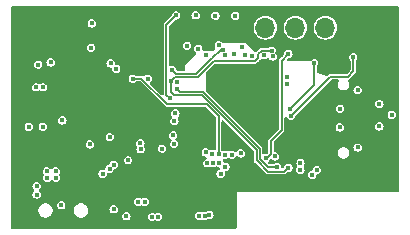
<source format=gbr>
%TF.GenerationSoftware,KiCad,Pcbnew,8.0.5*%
%TF.CreationDate,2024-12-17T02:27:59+01:00*%
%TF.ProjectId,hardware v5,68617264-7761-4726-9520-76352e6b6963,rev?*%
%TF.SameCoordinates,Original*%
%TF.FileFunction,Copper,L4,Inr*%
%TF.FilePolarity,Positive*%
%FSLAX46Y46*%
G04 Gerber Fmt 4.6, Leading zero omitted, Abs format (unit mm)*
G04 Created by KiCad (PCBNEW 8.0.5) date 2024-12-17 02:27:59*
%MOMM*%
%LPD*%
G01*
G04 APERTURE LIST*
%TA.AperFunction,ComponentPad*%
%ADD10R,1.700000X1.700000*%
%TD*%
%TA.AperFunction,ComponentPad*%
%ADD11O,1.700000X1.700000*%
%TD*%
%TA.AperFunction,ComponentPad*%
%ADD12O,1.800000X1.000000*%
%TD*%
%TA.AperFunction,ComponentPad*%
%ADD13O,2.100000X1.000000*%
%TD*%
%TA.AperFunction,ViaPad*%
%ADD14C,0.400000*%
%TD*%
%TA.AperFunction,Conductor*%
%ADD15C,0.150000*%
%TD*%
G04 APERTURE END LIST*
D10*
%TO.N,GND*%
%TO.C,J3*%
X148570000Y-92965000D03*
D11*
%TO.N,+3.3V*%
X146030000Y-92965000D03*
%TO.N,OLED_SCL*%
X143490000Y-92965000D03*
%TO.N,OLED_SDA*%
X140950000Y-92965000D03*
%TD*%
D12*
%TO.N,GND*%
%TO.C,J2*%
X151240000Y-96350000D03*
D13*
X147060000Y-96350000D03*
D12*
X151240000Y-104990000D03*
D13*
X147060000Y-104990000D03*
%TD*%
D14*
%TO.N,GND*%
X126300000Y-96390000D03*
%TO.N,GPSTIMEPULSE*%
X126190000Y-94650000D03*
X133060000Y-96550000D03*
X137390000Y-94810000D03*
%TO.N,Net-(ANT2-TIMEPULSE)*%
X126250000Y-92590000D03*
%TO.N,GPSEXTINT*%
X128090000Y-108330000D03*
X136420000Y-103640000D03*
%TO.N,GNDGPS*%
X121700000Y-96080000D03*
X127750000Y-104900000D03*
X122120000Y-98000000D03*
X128110000Y-104570000D03*
X121530000Y-98000000D03*
%TO.N,GND*%
X121430000Y-91890000D03*
X120620000Y-104950000D03*
X150430000Y-98280000D03*
X149090000Y-105540000D03*
X122770000Y-97120000D03*
X136230000Y-100910000D03*
X138350000Y-96890000D03*
X143220000Y-106520000D03*
X149930000Y-103260000D03*
X145260000Y-106520000D03*
X121640000Y-105130000D03*
X138360000Y-93700000D03*
X136340000Y-97140000D03*
X151380000Y-106520000D03*
X131840000Y-101000000D03*
X120030000Y-106430000D03*
X147060000Y-94160000D03*
X137450000Y-101240000D03*
X119780000Y-105010000D03*
X120320000Y-91470000D03*
X136150000Y-101900000D03*
X139830000Y-93610000D03*
X119820000Y-105800000D03*
X122600000Y-94870000D03*
X143160000Y-101250000D03*
X142200000Y-106520000D03*
X130820000Y-100250000D03*
X138910000Y-106540000D03*
X134060000Y-106430000D03*
X140570000Y-101920000D03*
X143440000Y-102740000D03*
X119770000Y-97230000D03*
X139370000Y-96870000D03*
X125090000Y-101470000D03*
X137270000Y-97540000D03*
X149340000Y-106520000D03*
X126290000Y-91440000D03*
X133330000Y-95060000D03*
X122920000Y-103320000D03*
X141150000Y-100950000D03*
X138270000Y-106990000D03*
X133670000Y-104790000D03*
X132980000Y-104880000D03*
X145650000Y-96580000D03*
X120590000Y-105770000D03*
X151160000Y-103200000D03*
X125130000Y-91890000D03*
X137100000Y-107090000D03*
X148640000Y-91490000D03*
X138400000Y-99310000D03*
X141140000Y-101910000D03*
X119770000Y-95840000D03*
X142210000Y-92970000D03*
X144600000Y-104770000D03*
X144680000Y-91590000D03*
X147810000Y-106520000D03*
X130350000Y-96410000D03*
X150330000Y-102310000D03*
X139850000Y-94290000D03*
X138270000Y-109030000D03*
X122810000Y-107270000D03*
X140620000Y-94220000D03*
X147710000Y-98490000D03*
X148320000Y-106520000D03*
X148830000Y-106520000D03*
X129250000Y-101410000D03*
X127390000Y-100180000D03*
X142254834Y-95284834D03*
X142710000Y-106520000D03*
X125260000Y-98410000D03*
X147680000Y-102870000D03*
X146790000Y-106520000D03*
X149130000Y-102280000D03*
X131890000Y-105050000D03*
X134180000Y-93190000D03*
X150360000Y-106520000D03*
X133610000Y-108220000D03*
X133730000Y-107250000D03*
X140140000Y-98080000D03*
X123690000Y-104750000D03*
X138270000Y-107500000D03*
X143660000Y-103890000D03*
X151440000Y-97360000D03*
X124820000Y-104340000D03*
X149990000Y-93840000D03*
X126530000Y-97480000D03*
X143730000Y-106520000D03*
X119620000Y-103290000D03*
X120500000Y-93330000D03*
X144040000Y-100990000D03*
X147300000Y-106520000D03*
X150410000Y-97380000D03*
X151750000Y-103830000D03*
X127260000Y-101240000D03*
X127300000Y-98910000D03*
X151910000Y-91440000D03*
X149810000Y-104430000D03*
X138280000Y-98070000D03*
X130610000Y-105150000D03*
X138270000Y-108010000D03*
X126290000Y-105160000D03*
X147260000Y-91500000D03*
X131130000Y-91840000D03*
X140960000Y-106540000D03*
X149270000Y-96100000D03*
X123980000Y-102590000D03*
X151890000Y-106520000D03*
X133350000Y-93820000D03*
X148240000Y-94180000D03*
X123990000Y-91440000D03*
X141690000Y-106520000D03*
X151420000Y-98330000D03*
X151950000Y-94110000D03*
X125650000Y-94550000D03*
X144750000Y-106520000D03*
X131980000Y-97790000D03*
X121260000Y-109500000D03*
X133600000Y-94590000D03*
X139420000Y-91460000D03*
X135870000Y-91390000D03*
X141950000Y-91490000D03*
X138270000Y-108520000D03*
X119820000Y-94310000D03*
X137820000Y-101920000D03*
X119660000Y-92000000D03*
X148310000Y-101990000D03*
X137390000Y-109610000D03*
X129280000Y-91460000D03*
X149850000Y-106520000D03*
X142340000Y-102840000D03*
X129100000Y-98890000D03*
X144240000Y-106520000D03*
X121160000Y-94310000D03*
X127430000Y-91840000D03*
X120120000Y-108490000D03*
X138270000Y-109540000D03*
X122700000Y-92360000D03*
X149970000Y-96060000D03*
X130820000Y-101380000D03*
X122840000Y-106450000D03*
X150870000Y-106520000D03*
X151640000Y-102310000D03*
X141150000Y-98100000D03*
X137560000Y-91420000D03*
X146280000Y-106520000D03*
X119630000Y-101820000D03*
X123340000Y-108700000D03*
X145770000Y-106520000D03*
X122490000Y-91430000D03*
X135290000Y-93160000D03*
X136240000Y-98010000D03*
X131770000Y-99750000D03*
X149890000Y-91610000D03*
X132150000Y-91470000D03*
X124490000Y-97620000D03*
X125490000Y-97440000D03*
X134200000Y-91430000D03*
X150920000Y-94920000D03*
%TO.N,+3.3V*%
X135920000Y-95280000D03*
X137560000Y-104730000D03*
X137060000Y-104410000D03*
X130360000Y-102760000D03*
X133330000Y-100220000D03*
X122100000Y-101330000D03*
X135270000Y-94750000D03*
X136510000Y-104430000D03*
X142820000Y-97140000D03*
X143920000Y-104400000D03*
X134320000Y-94480000D03*
X136020000Y-104430000D03*
X127840000Y-95980000D03*
X137150000Y-105320000D03*
X122770000Y-95900000D03*
X141758656Y-103854826D03*
X143910000Y-104990000D03*
X129320000Y-104170000D03*
X142820000Y-97690000D03*
X138868083Y-103605000D03*
X120910000Y-101340000D03*
X128320000Y-96440000D03*
X133250000Y-100860831D03*
X130380000Y-103240000D03*
X139833442Y-95395000D03*
%TO.N,vusb*%
X131359997Y-108980000D03*
X131860000Y-108980000D03*
X121580000Y-107080000D03*
X145300000Y-105010000D03*
X121570000Y-106370000D03*
X151650000Y-100330000D03*
X144915000Y-105395000D03*
%TO.N,Net-(IC3-EN)*%
X135360000Y-108890000D03*
X136210000Y-108800000D03*
X135800000Y-108900000D03*
X123660000Y-107980000D03*
%TO.N,Net-(U1-NRST)*%
X133380000Y-91910000D03*
X132830000Y-98940000D03*
%TO.N,SPI_MOSi*%
X127780000Y-102220000D03*
X137557500Y-95295095D03*
%TO.N,SPI_MISO*%
X136990000Y-103680000D03*
X129715000Y-97260000D03*
%TO.N,SPI_CS*%
X130985000Y-97260000D03*
X137010000Y-94450000D03*
%TO.N,COMPASSDA*%
X132950000Y-97500000D03*
X142900000Y-104810000D03*
X141478477Y-94897064D03*
%TO.N,COMPASSCL*%
X133499998Y-98155000D03*
X141940251Y-104764958D03*
%TO.N,USART_RX*%
X140960000Y-103999240D03*
X142900000Y-95170000D03*
%TO.N,USART_TX*%
X138100000Y-103700000D03*
%TO.N,OLED_SCL*%
X137530000Y-103700000D03*
%TO.N,ALIMGPS*%
X133130000Y-102060000D03*
X127170000Y-105310000D03*
%TO.N,Net-(U1-PA4)*%
X129180000Y-108910000D03*
X135900002Y-103510000D03*
%TO.N,BAT+*%
X122450000Y-105110000D03*
X130200000Y-107700000D03*
X130720000Y-107700000D03*
X123220000Y-105680000D03*
X123210000Y-105110000D03*
X122490000Y-105660000D03*
%TO.N,SWDIO*%
X138930000Y-94610000D03*
X138400000Y-91940000D03*
%TO.N,SWCLK*%
X136720000Y-91930000D03*
X139230000Y-95280000D03*
%TO.N,SWO*%
X135040000Y-91900000D03*
X138307500Y-95190000D03*
%TO.N,D+*%
X150595000Y-101310000D03*
X140790000Y-95283906D03*
%TO.N,D-*%
X141558903Y-95390555D03*
X150595000Y-99410000D03*
%TO.N,Net-(U1-PB0)*%
X148384659Y-95447254D03*
X143120000Y-100410000D03*
%TO.N,Net-(U1-PB1)*%
X145070000Y-95950000D03*
X143050000Y-99810000D03*
%TO.N,Net-(ANT2-RXD)*%
X133214488Y-102810000D03*
%TO.N,Net-(ANT2-TXD)*%
X132190002Y-103188079D03*
%TO.N,Net-(ANT2-V_BCKP)*%
X123765000Y-100805000D03*
%TO.N,USBD-*%
X147270000Y-99830000D03*
%TO.N,Net-(J2-CC1)*%
X148750000Y-98240000D03*
%TO.N,USBD+*%
X147240000Y-101400000D03*
%TO.N,Net-(J2-CC2)*%
X148760000Y-103100000D03*
%TO.N,Net-(S3-COM_2)*%
X126090000Y-102840000D03*
X133499998Y-97560000D03*
%TD*%
D15*
%TO.N,GPSTIMEPULSE*%
X136456446Y-95520000D02*
X135340000Y-96636447D01*
X136456447Y-95520000D02*
X136456446Y-95520000D01*
X135340000Y-96636447D02*
X135106447Y-96870000D01*
X135106447Y-96870000D02*
X133380000Y-96870000D01*
X133380000Y-96870000D02*
X133060000Y-96550000D01*
X137166447Y-94810000D02*
X136456447Y-95520000D01*
X137390000Y-94810000D02*
X137166447Y-94810000D01*
%TO.N,Net-(U1-NRST)*%
X132575000Y-92715000D02*
X133380000Y-91910000D01*
X132830000Y-98940000D02*
X132575000Y-98685000D01*
X132575000Y-98685000D02*
X132575000Y-92715000D01*
%TO.N,SPI_MISO*%
X132604669Y-99410000D02*
X135962892Y-99410000D01*
X130454669Y-97260000D02*
X132604669Y-99410000D01*
X129715000Y-97260000D02*
X130454669Y-97260000D01*
X135962892Y-99410000D02*
X136990000Y-100437108D01*
X136990000Y-100437108D02*
X136990000Y-103680000D01*
%TO.N,COMPASSDA*%
X140320000Y-95535000D02*
X140320000Y-95200000D01*
X132950000Y-98400000D02*
X133210000Y-98660000D01*
X132950000Y-97500000D02*
X132950000Y-98400000D01*
X141166404Y-105139958D02*
X142500042Y-105139958D01*
X140622936Y-94897064D02*
X141478477Y-94897064D01*
X133299669Y-97120000D02*
X135210000Y-97120000D01*
X133210000Y-98660000D02*
X135566446Y-98660000D01*
X142500042Y-105139958D02*
X142830000Y-104810000D01*
X132950000Y-97469669D02*
X133299669Y-97120000D01*
X140210000Y-103303554D02*
X140210000Y-104183554D01*
X135566446Y-98660000D02*
X140210000Y-103303554D01*
X135210000Y-97120000D02*
X136560000Y-95770000D01*
X140210000Y-104183554D02*
X141166404Y-105139958D01*
X136560000Y-95770000D02*
X140085000Y-95770000D01*
X142830000Y-104810000D02*
X142900000Y-104810000D01*
X140085000Y-95770000D02*
X140320000Y-95535000D01*
X140320000Y-95200000D02*
X140622936Y-94897064D01*
X132950000Y-97500000D02*
X132950000Y-97469669D01*
%TO.N,COMPASSCL*%
X133499998Y-98155000D02*
X133754998Y-98410000D01*
X140460000Y-103200000D02*
X140460000Y-104080000D01*
X141144958Y-104764958D02*
X141940251Y-104764958D01*
X133754998Y-98410000D02*
X135670000Y-98410000D01*
X140460000Y-104080000D02*
X141144958Y-104764958D01*
X135670000Y-98410000D02*
X140460000Y-103200000D01*
%TO.N,USART_RX*%
X141420000Y-102530000D02*
X142335000Y-101615000D01*
X142335000Y-101615000D02*
X142335000Y-95735000D01*
X141111091Y-103999240D02*
X141420000Y-103690331D01*
X142335000Y-95735000D02*
X142900000Y-95170000D01*
X141420000Y-103690331D02*
X141420000Y-102530000D01*
X140960000Y-103999240D02*
X141111091Y-103999240D01*
%TO.N,Net-(U1-PB0)*%
X146430000Y-97100000D02*
X143120000Y-100410000D01*
X148384659Y-96645341D02*
X147930000Y-97100000D01*
X147930000Y-97100000D02*
X146430000Y-97100000D01*
X148384659Y-95447254D02*
X148384659Y-96645341D01*
%TO.N,Net-(U1-PB1)*%
X145070000Y-97790000D02*
X145070000Y-95950000D01*
X143050000Y-99810000D02*
X145070000Y-97790000D01*
%TD*%
%TA.AperFunction,Conductor*%
%TO.N,GND*%
G36*
X152232539Y-91180185D02*
G01*
X152278294Y-91232989D01*
X152289500Y-91284500D01*
X152289500Y-106726000D01*
X152269815Y-106793039D01*
X152217011Y-106838794D01*
X152165500Y-106850000D01*
X145171362Y-106850000D01*
X145137306Y-106840000D01*
X145110000Y-106840000D01*
X138570000Y-106840000D01*
X138570000Y-109835500D01*
X138550315Y-109902539D01*
X138497511Y-109948294D01*
X138446000Y-109959500D01*
X119504500Y-109959500D01*
X119437461Y-109939815D01*
X119391706Y-109887011D01*
X119380500Y-109835500D01*
X119380500Y-108355943D01*
X121729500Y-108355943D01*
X121729500Y-108514057D01*
X121758666Y-108622904D01*
X121770423Y-108666783D01*
X121770426Y-108666790D01*
X121849475Y-108803709D01*
X121849479Y-108803714D01*
X121849480Y-108803716D01*
X121961284Y-108915520D01*
X121961286Y-108915521D01*
X121961290Y-108915524D01*
X122072971Y-108980002D01*
X122098216Y-108994577D01*
X122250943Y-109035500D01*
X122250945Y-109035500D01*
X122409055Y-109035500D01*
X122409057Y-109035500D01*
X122561784Y-108994577D01*
X122698716Y-108915520D01*
X122810520Y-108803716D01*
X122889577Y-108666784D01*
X122930500Y-108514057D01*
X122930500Y-108355943D01*
X124729500Y-108355943D01*
X124729500Y-108514057D01*
X124758666Y-108622904D01*
X124770423Y-108666783D01*
X124770426Y-108666790D01*
X124849475Y-108803709D01*
X124849479Y-108803714D01*
X124849480Y-108803716D01*
X124961284Y-108915520D01*
X124961286Y-108915521D01*
X124961290Y-108915524D01*
X125072971Y-108980002D01*
X125098216Y-108994577D01*
X125250943Y-109035500D01*
X125250945Y-109035500D01*
X125409055Y-109035500D01*
X125409057Y-109035500D01*
X125561784Y-108994577D01*
X125698716Y-108915520D01*
X125704239Y-108909997D01*
X128825131Y-108909997D01*
X128825131Y-108910002D01*
X128842498Y-109019658D01*
X128892904Y-109118585D01*
X128892909Y-109118592D01*
X128971407Y-109197090D01*
X128971410Y-109197092D01*
X128971413Y-109197095D01*
X129027515Y-109225680D01*
X129070341Y-109247501D01*
X129179998Y-109264869D01*
X129180000Y-109264869D01*
X129180002Y-109264869D01*
X129289658Y-109247501D01*
X129289659Y-109247500D01*
X129289661Y-109247500D01*
X129388587Y-109197095D01*
X129467095Y-109118587D01*
X129517500Y-109019661D01*
X129517500Y-109019659D01*
X129517501Y-109019658D01*
X129523783Y-108979997D01*
X131005128Y-108979997D01*
X131005128Y-108980002D01*
X131022495Y-109089658D01*
X131072901Y-109188585D01*
X131072906Y-109188592D01*
X131151404Y-109267090D01*
X131151407Y-109267092D01*
X131151410Y-109267095D01*
X131166289Y-109274676D01*
X131250338Y-109317501D01*
X131359995Y-109334869D01*
X131359997Y-109334869D01*
X131359999Y-109334869D01*
X131469653Y-109317501D01*
X131469653Y-109317500D01*
X131469658Y-109317500D01*
X131553706Y-109274675D01*
X131622372Y-109261780D01*
X131666292Y-109274676D01*
X131750341Y-109317501D01*
X131859998Y-109334869D01*
X131860000Y-109334869D01*
X131860002Y-109334869D01*
X131969658Y-109317501D01*
X131969659Y-109317500D01*
X131969661Y-109317500D01*
X132068587Y-109267095D01*
X132147095Y-109188587D01*
X132197500Y-109089661D01*
X132197500Y-109089659D01*
X132197501Y-109089658D01*
X132214869Y-108980002D01*
X132214869Y-108979997D01*
X132200614Y-108889997D01*
X135005131Y-108889997D01*
X135005131Y-108890002D01*
X135022498Y-108999658D01*
X135072904Y-109098585D01*
X135072909Y-109098592D01*
X135151407Y-109177090D01*
X135151410Y-109177092D01*
X135151413Y-109177095D01*
X135246767Y-109225680D01*
X135250341Y-109227501D01*
X135359998Y-109244869D01*
X135360000Y-109244869D01*
X135360002Y-109244869D01*
X135469657Y-109227501D01*
X135469658Y-109227500D01*
X135469661Y-109227500D01*
X135513894Y-109204962D01*
X135582559Y-109192066D01*
X135626476Y-109204960D01*
X135690339Y-109237500D01*
X135690341Y-109237500D01*
X135690343Y-109237501D01*
X135799998Y-109254869D01*
X135800000Y-109254869D01*
X135800002Y-109254869D01*
X135909658Y-109237501D01*
X135909659Y-109237500D01*
X135909661Y-109237500D01*
X136008587Y-109187095D01*
X136019270Y-109176411D01*
X136080588Y-109142928D01*
X136126348Y-109141620D01*
X136209998Y-109154869D01*
X136210000Y-109154869D01*
X136210002Y-109154869D01*
X136319658Y-109137501D01*
X136319659Y-109137500D01*
X136319661Y-109137500D01*
X136418587Y-109087095D01*
X136497095Y-109008587D01*
X136547500Y-108909661D01*
X136547500Y-108909659D01*
X136547501Y-108909658D01*
X136564869Y-108800002D01*
X136564869Y-108799997D01*
X136547501Y-108690341D01*
X136544713Y-108684869D01*
X136497095Y-108591413D01*
X136497092Y-108591410D01*
X136497090Y-108591407D01*
X136418592Y-108512909D01*
X136418588Y-108512906D01*
X136418587Y-108512905D01*
X136414743Y-108510946D01*
X136319658Y-108462498D01*
X136210002Y-108445131D01*
X136209998Y-108445131D01*
X136100341Y-108462498D01*
X136001413Y-108512903D01*
X135990724Y-108523592D01*
X135929399Y-108557074D01*
X135883651Y-108558379D01*
X135800003Y-108545131D01*
X135799998Y-108545131D01*
X135690341Y-108562498D01*
X135646107Y-108585037D01*
X135577437Y-108597933D01*
X135533519Y-108585037D01*
X135469658Y-108552498D01*
X135360002Y-108535131D01*
X135359998Y-108535131D01*
X135250341Y-108552498D01*
X135151414Y-108602904D01*
X135151407Y-108602909D01*
X135072909Y-108681407D01*
X135072904Y-108681414D01*
X135022498Y-108780341D01*
X135005131Y-108889997D01*
X132200614Y-108889997D01*
X132197501Y-108870341D01*
X132197500Y-108870339D01*
X132147095Y-108771413D01*
X132147092Y-108771410D01*
X132147090Y-108771407D01*
X132068592Y-108692909D01*
X132068588Y-108692906D01*
X132068587Y-108692905D01*
X132053708Y-108685324D01*
X131969658Y-108642498D01*
X131860002Y-108625131D01*
X131859998Y-108625131D01*
X131750342Y-108642498D01*
X131666290Y-108685324D01*
X131597621Y-108698219D01*
X131553703Y-108685323D01*
X131546031Y-108681414D01*
X131517330Y-108666790D01*
X131469655Y-108642498D01*
X131359999Y-108625131D01*
X131359995Y-108625131D01*
X131250338Y-108642498D01*
X131151411Y-108692904D01*
X131151404Y-108692909D01*
X131072906Y-108771407D01*
X131072901Y-108771414D01*
X131022495Y-108870341D01*
X131005128Y-108979997D01*
X129523783Y-108979997D01*
X129534869Y-108910002D01*
X129534869Y-108909997D01*
X129517501Y-108800341D01*
X129517326Y-108799997D01*
X129467095Y-108701413D01*
X129467092Y-108701410D01*
X129467090Y-108701407D01*
X129388592Y-108622909D01*
X129388588Y-108622906D01*
X129388587Y-108622905D01*
X129368961Y-108612905D01*
X129289658Y-108572498D01*
X129180002Y-108555131D01*
X129179998Y-108555131D01*
X129070341Y-108572498D01*
X128971414Y-108622904D01*
X128971407Y-108622909D01*
X128892909Y-108701407D01*
X128892904Y-108701414D01*
X128842498Y-108800341D01*
X128825131Y-108909997D01*
X125704239Y-108909997D01*
X125810520Y-108803716D01*
X125889577Y-108666784D01*
X125930500Y-108514057D01*
X125930500Y-108355943D01*
X125923548Y-108329997D01*
X127735131Y-108329997D01*
X127735131Y-108330002D01*
X127752498Y-108439658D01*
X127802904Y-108538585D01*
X127802909Y-108538592D01*
X127881407Y-108617090D01*
X127881410Y-108617092D01*
X127881413Y-108617095D01*
X127978932Y-108666783D01*
X127980341Y-108667501D01*
X128089998Y-108684869D01*
X128090000Y-108684869D01*
X128090002Y-108684869D01*
X128199658Y-108667501D01*
X128199659Y-108667500D01*
X128199661Y-108667500D01*
X128298587Y-108617095D01*
X128377095Y-108538587D01*
X128427500Y-108439661D01*
X128427500Y-108439659D01*
X128427501Y-108439658D01*
X128444869Y-108330002D01*
X128444869Y-108329997D01*
X128427501Y-108220341D01*
X128411324Y-108188592D01*
X128377095Y-108121413D01*
X128377092Y-108121410D01*
X128377090Y-108121407D01*
X128298592Y-108042909D01*
X128298588Y-108042906D01*
X128298587Y-108042905D01*
X128287979Y-108037500D01*
X128199658Y-107992498D01*
X128090002Y-107975131D01*
X128089998Y-107975131D01*
X127980341Y-107992498D01*
X127881414Y-108042904D01*
X127881407Y-108042909D01*
X127802909Y-108121407D01*
X127802904Y-108121414D01*
X127752498Y-108220341D01*
X127735131Y-108329997D01*
X125923548Y-108329997D01*
X125889577Y-108203216D01*
X125842349Y-108121414D01*
X125810524Y-108066290D01*
X125810518Y-108066282D01*
X125698717Y-107954481D01*
X125698709Y-107954475D01*
X125561790Y-107875426D01*
X125561786Y-107875424D01*
X125561784Y-107875423D01*
X125409057Y-107834500D01*
X125250943Y-107834500D01*
X125098216Y-107875423D01*
X125098209Y-107875426D01*
X124961290Y-107954475D01*
X124961282Y-107954481D01*
X124849481Y-108066282D01*
X124849475Y-108066290D01*
X124770426Y-108203209D01*
X124770423Y-108203216D01*
X124729500Y-108355943D01*
X122930500Y-108355943D01*
X122889577Y-108203216D01*
X122842349Y-108121414D01*
X122810524Y-108066290D01*
X122810518Y-108066282D01*
X122724233Y-107979997D01*
X123305131Y-107979997D01*
X123305131Y-107980002D01*
X123322498Y-108089658D01*
X123372904Y-108188585D01*
X123372909Y-108188592D01*
X123451407Y-108267090D01*
X123451410Y-108267092D01*
X123451413Y-108267095D01*
X123550339Y-108317500D01*
X123550341Y-108317501D01*
X123659998Y-108334869D01*
X123660000Y-108334869D01*
X123660002Y-108334869D01*
X123769658Y-108317501D01*
X123769659Y-108317500D01*
X123769661Y-108317500D01*
X123868587Y-108267095D01*
X123947095Y-108188587D01*
X123997500Y-108089661D01*
X123997500Y-108089659D01*
X123997501Y-108089658D01*
X124014869Y-107980002D01*
X124014869Y-107979997D01*
X123997501Y-107870341D01*
X123966583Y-107809661D01*
X123947095Y-107771413D01*
X123947092Y-107771410D01*
X123947090Y-107771407D01*
X123875680Y-107699997D01*
X129845131Y-107699997D01*
X129845131Y-107700002D01*
X129862498Y-107809658D01*
X129912904Y-107908585D01*
X129912909Y-107908592D01*
X129991407Y-107987090D01*
X129991410Y-107987092D01*
X129991413Y-107987095D01*
X130090339Y-108037500D01*
X130090341Y-108037501D01*
X130199998Y-108054869D01*
X130200000Y-108054869D01*
X130200002Y-108054869D01*
X130309656Y-108037501D01*
X130309656Y-108037500D01*
X130309661Y-108037500D01*
X130403709Y-107989580D01*
X130472374Y-107976685D01*
X130516288Y-107989578D01*
X130610339Y-108037500D01*
X130610341Y-108037500D01*
X130610343Y-108037501D01*
X130719998Y-108054869D01*
X130720000Y-108054869D01*
X130720002Y-108054869D01*
X130829658Y-108037501D01*
X130829659Y-108037500D01*
X130829661Y-108037500D01*
X130928587Y-107987095D01*
X131007095Y-107908587D01*
X131057500Y-107809661D01*
X131057500Y-107809659D01*
X131057501Y-107809658D01*
X131074869Y-107700002D01*
X131074869Y-107699997D01*
X131057501Y-107590341D01*
X131057500Y-107590339D01*
X131007095Y-107491413D01*
X131007092Y-107491410D01*
X131007090Y-107491407D01*
X130928592Y-107412909D01*
X130928588Y-107412906D01*
X130928587Y-107412905D01*
X130923706Y-107410418D01*
X130829658Y-107362498D01*
X130720002Y-107345131D01*
X130719998Y-107345131D01*
X130610341Y-107362498D01*
X130516294Y-107410418D01*
X130447625Y-107423314D01*
X130403706Y-107410418D01*
X130309658Y-107362498D01*
X130200002Y-107345131D01*
X130199998Y-107345131D01*
X130090341Y-107362498D01*
X129991414Y-107412904D01*
X129991407Y-107412909D01*
X129912909Y-107491407D01*
X129912904Y-107491414D01*
X129862498Y-107590341D01*
X129845131Y-107699997D01*
X123875680Y-107699997D01*
X123868592Y-107692909D01*
X123868588Y-107692906D01*
X123868587Y-107692905D01*
X123864743Y-107690946D01*
X123769658Y-107642498D01*
X123660002Y-107625131D01*
X123659998Y-107625131D01*
X123550341Y-107642498D01*
X123451414Y-107692904D01*
X123451407Y-107692909D01*
X123372909Y-107771407D01*
X123372904Y-107771414D01*
X123322498Y-107870341D01*
X123305131Y-107979997D01*
X122724233Y-107979997D01*
X122698717Y-107954481D01*
X122698709Y-107954475D01*
X122561790Y-107875426D01*
X122561786Y-107875424D01*
X122561784Y-107875423D01*
X122409057Y-107834500D01*
X122250943Y-107834500D01*
X122098216Y-107875423D01*
X122098209Y-107875426D01*
X121961290Y-107954475D01*
X121961282Y-107954481D01*
X121849481Y-108066282D01*
X121849475Y-108066290D01*
X121770426Y-108203209D01*
X121770423Y-108203216D01*
X121729500Y-108355943D01*
X119380500Y-108355943D01*
X119380500Y-106369997D01*
X121215131Y-106369997D01*
X121215131Y-106370002D01*
X121232498Y-106479658D01*
X121282904Y-106578585D01*
X121282909Y-106578592D01*
X121346636Y-106642319D01*
X121380121Y-106703642D01*
X121375137Y-106773334D01*
X121346636Y-106817681D01*
X121292909Y-106871407D01*
X121292904Y-106871414D01*
X121242498Y-106970341D01*
X121225131Y-107079997D01*
X121225131Y-107080002D01*
X121242498Y-107189658D01*
X121292904Y-107288585D01*
X121292909Y-107288592D01*
X121371407Y-107367090D01*
X121371410Y-107367092D01*
X121371413Y-107367095D01*
X121456440Y-107410418D01*
X121470341Y-107417501D01*
X121579998Y-107434869D01*
X121580000Y-107434869D01*
X121580002Y-107434869D01*
X121689658Y-107417501D01*
X121689659Y-107417500D01*
X121689661Y-107417500D01*
X121788587Y-107367095D01*
X121867095Y-107288587D01*
X121917500Y-107189661D01*
X121917500Y-107189659D01*
X121917501Y-107189658D01*
X121934869Y-107080002D01*
X121934869Y-107079997D01*
X121917501Y-106970341D01*
X121917500Y-106970339D01*
X121867095Y-106871413D01*
X121867092Y-106871410D01*
X121867090Y-106871407D01*
X121803364Y-106807681D01*
X121769879Y-106746358D01*
X121774863Y-106676666D01*
X121803364Y-106632319D01*
X121857090Y-106578592D01*
X121857095Y-106578587D01*
X121907500Y-106479661D01*
X121907500Y-106479659D01*
X121907501Y-106479658D01*
X121924869Y-106370002D01*
X121924869Y-106369997D01*
X121907501Y-106260341D01*
X121907500Y-106260339D01*
X121857095Y-106161413D01*
X121857092Y-106161410D01*
X121857090Y-106161407D01*
X121778592Y-106082909D01*
X121778588Y-106082906D01*
X121778587Y-106082905D01*
X121774743Y-106080946D01*
X121679658Y-106032498D01*
X121570002Y-106015131D01*
X121569998Y-106015131D01*
X121460341Y-106032498D01*
X121361414Y-106082904D01*
X121361407Y-106082909D01*
X121282909Y-106161407D01*
X121282904Y-106161414D01*
X121232498Y-106260341D01*
X121215131Y-106369997D01*
X119380500Y-106369997D01*
X119380500Y-105109997D01*
X122095131Y-105109997D01*
X122095131Y-105110002D01*
X122112498Y-105219658D01*
X122162904Y-105318585D01*
X122162909Y-105318592D01*
X122170532Y-105326215D01*
X122204017Y-105387538D01*
X122199033Y-105457230D01*
X122193337Y-105470189D01*
X122152498Y-105550342D01*
X122135131Y-105659997D01*
X122135131Y-105660002D01*
X122152498Y-105769658D01*
X122202904Y-105868585D01*
X122202909Y-105868592D01*
X122281407Y-105947090D01*
X122281410Y-105947092D01*
X122281413Y-105947095D01*
X122380339Y-105997500D01*
X122380341Y-105997501D01*
X122489998Y-106014869D01*
X122490000Y-106014869D01*
X122490002Y-106014869D01*
X122599658Y-105997501D01*
X122599659Y-105997500D01*
X122599661Y-105997500D01*
X122698587Y-105947095D01*
X122698592Y-105947090D01*
X122757319Y-105888364D01*
X122818642Y-105854879D01*
X122888334Y-105859863D01*
X122932681Y-105888364D01*
X123011407Y-105967090D01*
X123011410Y-105967092D01*
X123011413Y-105967095D01*
X123071087Y-105997500D01*
X123110341Y-106017501D01*
X123219998Y-106034869D01*
X123220000Y-106034869D01*
X123220002Y-106034869D01*
X123329658Y-106017501D01*
X123329659Y-106017500D01*
X123329661Y-106017500D01*
X123428587Y-105967095D01*
X123507095Y-105888587D01*
X123557500Y-105789661D01*
X123557500Y-105789659D01*
X123557501Y-105789658D01*
X123574869Y-105680002D01*
X123574869Y-105679997D01*
X123557501Y-105570341D01*
X123547311Y-105550342D01*
X123507095Y-105471413D01*
X123507092Y-105471410D01*
X123501356Y-105463514D01*
X123503932Y-105461642D01*
X123478394Y-105414873D01*
X123483378Y-105345181D01*
X123492918Y-105327412D01*
X123492664Y-105327283D01*
X123501472Y-105309997D01*
X126815131Y-105309997D01*
X126815131Y-105310002D01*
X126832498Y-105419658D01*
X126882904Y-105518585D01*
X126882909Y-105518592D01*
X126961407Y-105597090D01*
X126961410Y-105597092D01*
X126961413Y-105597095D01*
X127060339Y-105647500D01*
X127060341Y-105647501D01*
X127169998Y-105664869D01*
X127170000Y-105664869D01*
X127170002Y-105664869D01*
X127279658Y-105647501D01*
X127279659Y-105647500D01*
X127279661Y-105647500D01*
X127378587Y-105597095D01*
X127457095Y-105518587D01*
X127507500Y-105419661D01*
X127507500Y-105419659D01*
X127507501Y-105419658D01*
X127519499Y-105343906D01*
X127549428Y-105280771D01*
X127608740Y-105243840D01*
X127661369Y-105240831D01*
X127712803Y-105248977D01*
X127749999Y-105254869D01*
X127750000Y-105254869D01*
X127750002Y-105254869D01*
X127859658Y-105237501D01*
X127859659Y-105237500D01*
X127859661Y-105237500D01*
X127958587Y-105187095D01*
X128037095Y-105108587D01*
X128087500Y-105009661D01*
X128087501Y-105009657D01*
X128090518Y-105000375D01*
X128093269Y-105001269D01*
X128116517Y-104952206D01*
X128175822Y-104915264D01*
X128189669Y-104912250D01*
X128219661Y-104907500D01*
X128318587Y-104857095D01*
X128397095Y-104778587D01*
X128447500Y-104679661D01*
X128447500Y-104679659D01*
X128447501Y-104679658D01*
X128464869Y-104570002D01*
X128464869Y-104569997D01*
X128447501Y-104460341D01*
X128438616Y-104442904D01*
X128397095Y-104361413D01*
X128397092Y-104361410D01*
X128397090Y-104361407D01*
X128318592Y-104282909D01*
X128318588Y-104282906D01*
X128318587Y-104282905D01*
X128254702Y-104250354D01*
X128219658Y-104232498D01*
X128110002Y-104215131D01*
X128109998Y-104215131D01*
X128000341Y-104232498D01*
X127901414Y-104282904D01*
X127901407Y-104282909D01*
X127822909Y-104361407D01*
X127822906Y-104361412D01*
X127822905Y-104361413D01*
X127781384Y-104442904D01*
X127772499Y-104460341D01*
X127769485Y-104469618D01*
X127766738Y-104468725D01*
X127743463Y-104517816D01*
X127684149Y-104554743D01*
X127670323Y-104557750D01*
X127640341Y-104562498D01*
X127541414Y-104612904D01*
X127541407Y-104612909D01*
X127462909Y-104691407D01*
X127462904Y-104691414D01*
X127412498Y-104790341D01*
X127400500Y-104866094D01*
X127370570Y-104929229D01*
X127311258Y-104966159D01*
X127258629Y-104969168D01*
X127170002Y-104955131D01*
X127169998Y-104955131D01*
X127060341Y-104972498D01*
X126961414Y-105022904D01*
X126961407Y-105022909D01*
X126882909Y-105101407D01*
X126882904Y-105101414D01*
X126832498Y-105200341D01*
X126815131Y-105309997D01*
X123501472Y-105309997D01*
X123547500Y-105219661D01*
X123547500Y-105219659D01*
X123547501Y-105219658D01*
X123564869Y-105110002D01*
X123564869Y-105109997D01*
X123547501Y-105000341D01*
X123542232Y-104990000D01*
X123497095Y-104901413D01*
X123497092Y-104901410D01*
X123497090Y-104901407D01*
X123418592Y-104822909D01*
X123418588Y-104822906D01*
X123418587Y-104822905D01*
X123393263Y-104810002D01*
X123319658Y-104772498D01*
X123210002Y-104755131D01*
X123209998Y-104755131D01*
X123100341Y-104772498D01*
X123001414Y-104822904D01*
X123001407Y-104822909D01*
X122917681Y-104906636D01*
X122856358Y-104940121D01*
X122786666Y-104935137D01*
X122742319Y-104906636D01*
X122658592Y-104822909D01*
X122658588Y-104822906D01*
X122658587Y-104822905D01*
X122633263Y-104810002D01*
X122559658Y-104772498D01*
X122450002Y-104755131D01*
X122449998Y-104755131D01*
X122340341Y-104772498D01*
X122241414Y-104822904D01*
X122241407Y-104822909D01*
X122162909Y-104901407D01*
X122162904Y-104901414D01*
X122112498Y-105000341D01*
X122095131Y-105109997D01*
X119380500Y-105109997D01*
X119380500Y-104169997D01*
X128965131Y-104169997D01*
X128965131Y-104170002D01*
X128982498Y-104279658D01*
X129032904Y-104378585D01*
X129032909Y-104378592D01*
X129111407Y-104457090D01*
X129111410Y-104457092D01*
X129111413Y-104457095D01*
X129152171Y-104477862D01*
X129210341Y-104507501D01*
X129319998Y-104524869D01*
X129320000Y-104524869D01*
X129320002Y-104524869D01*
X129429658Y-104507501D01*
X129429659Y-104507500D01*
X129429661Y-104507500D01*
X129528587Y-104457095D01*
X129607095Y-104378587D01*
X129657500Y-104279661D01*
X129657500Y-104279659D01*
X129657501Y-104279658D01*
X129674869Y-104170002D01*
X129674869Y-104169997D01*
X129657501Y-104060341D01*
X129649751Y-104045131D01*
X129607095Y-103961413D01*
X129607092Y-103961410D01*
X129607090Y-103961407D01*
X129528592Y-103882909D01*
X129528588Y-103882906D01*
X129528587Y-103882905D01*
X129524743Y-103880946D01*
X129429658Y-103832498D01*
X129320002Y-103815131D01*
X129319998Y-103815131D01*
X129210341Y-103832498D01*
X129111414Y-103882904D01*
X129111407Y-103882909D01*
X129032909Y-103961407D01*
X129032904Y-103961414D01*
X128982498Y-104060341D01*
X128965131Y-104169997D01*
X119380500Y-104169997D01*
X119380500Y-102839997D01*
X125735131Y-102839997D01*
X125735131Y-102840002D01*
X125752498Y-102949658D01*
X125802904Y-103048585D01*
X125802909Y-103048592D01*
X125881407Y-103127090D01*
X125881410Y-103127092D01*
X125881413Y-103127095D01*
X125955549Y-103164869D01*
X125980341Y-103177501D01*
X126089998Y-103194869D01*
X126090000Y-103194869D01*
X126090002Y-103194869D01*
X126199658Y-103177501D01*
X126199659Y-103177500D01*
X126199661Y-103177500D01*
X126298587Y-103127095D01*
X126377095Y-103048587D01*
X126427500Y-102949661D01*
X126427500Y-102949659D01*
X126427501Y-102949658D01*
X126444869Y-102840002D01*
X126444869Y-102839997D01*
X126432198Y-102759997D01*
X130005131Y-102759997D01*
X130005131Y-102760002D01*
X130022498Y-102869658D01*
X130070227Y-102963332D01*
X130083123Y-103032001D01*
X130070228Y-103075919D01*
X130042498Y-103130342D01*
X130025131Y-103239997D01*
X130025131Y-103240002D01*
X130042498Y-103349658D01*
X130092904Y-103448585D01*
X130092909Y-103448592D01*
X130171407Y-103527090D01*
X130171410Y-103527092D01*
X130171413Y-103527095D01*
X130205824Y-103544628D01*
X130270341Y-103577501D01*
X130379998Y-103594869D01*
X130380000Y-103594869D01*
X130380002Y-103594869D01*
X130489658Y-103577501D01*
X130489659Y-103577500D01*
X130489661Y-103577500D01*
X130588587Y-103527095D01*
X130667095Y-103448587D01*
X130717500Y-103349661D01*
X130717500Y-103349659D01*
X130717501Y-103349658D01*
X130734869Y-103240002D01*
X130734869Y-103239997D01*
X130726645Y-103188076D01*
X131835133Y-103188076D01*
X131835133Y-103188081D01*
X131852500Y-103297737D01*
X131902906Y-103396664D01*
X131902911Y-103396671D01*
X131981409Y-103475169D01*
X131981412Y-103475171D01*
X131981415Y-103475174D01*
X132067637Y-103519106D01*
X132080343Y-103525580D01*
X132190000Y-103542948D01*
X132190002Y-103542948D01*
X132190004Y-103542948D01*
X132299660Y-103525580D01*
X132299661Y-103525579D01*
X132299663Y-103525579D01*
X132398589Y-103475174D01*
X132477097Y-103396666D01*
X132527502Y-103297740D01*
X132527502Y-103297738D01*
X132527503Y-103297737D01*
X132544871Y-103188081D01*
X132544871Y-103188076D01*
X132527503Y-103078420D01*
X132506229Y-103036667D01*
X132477097Y-102979492D01*
X132477094Y-102979489D01*
X132477092Y-102979486D01*
X132398594Y-102900988D01*
X132398590Y-102900985D01*
X132398589Y-102900984D01*
X132337108Y-102869658D01*
X132299660Y-102850577D01*
X132190004Y-102833210D01*
X132190000Y-102833210D01*
X132080343Y-102850577D01*
X131981416Y-102900983D01*
X131981409Y-102900988D01*
X131902911Y-102979486D01*
X131902906Y-102979493D01*
X131852500Y-103078420D01*
X131835133Y-103188076D01*
X130726645Y-103188076D01*
X130717501Y-103130341D01*
X130675846Y-103048587D01*
X130669771Y-103036666D01*
X130656876Y-102967998D01*
X130669770Y-102924084D01*
X130697500Y-102869661D01*
X130697501Y-102869656D01*
X130714869Y-102760002D01*
X130714869Y-102759997D01*
X130697501Y-102650341D01*
X130687854Y-102631407D01*
X130647095Y-102551413D01*
X130647092Y-102551410D01*
X130647090Y-102551407D01*
X130568592Y-102472909D01*
X130568588Y-102472906D01*
X130568587Y-102472905D01*
X130552191Y-102464551D01*
X130469658Y-102422498D01*
X130360002Y-102405131D01*
X130359998Y-102405131D01*
X130250341Y-102422498D01*
X130151414Y-102472904D01*
X130151407Y-102472909D01*
X130072909Y-102551407D01*
X130072904Y-102551414D01*
X130022498Y-102650341D01*
X130005131Y-102759997D01*
X126432198Y-102759997D01*
X126427501Y-102730341D01*
X126386738Y-102650339D01*
X126377095Y-102631413D01*
X126377092Y-102631410D01*
X126377090Y-102631407D01*
X126298592Y-102552909D01*
X126298588Y-102552906D01*
X126298587Y-102552905D01*
X126272088Y-102539403D01*
X126199658Y-102502498D01*
X126090002Y-102485131D01*
X126089998Y-102485131D01*
X125980341Y-102502498D01*
X125881414Y-102552904D01*
X125881407Y-102552909D01*
X125802909Y-102631407D01*
X125802904Y-102631414D01*
X125752498Y-102730341D01*
X125735131Y-102839997D01*
X119380500Y-102839997D01*
X119380500Y-102219997D01*
X127425131Y-102219997D01*
X127425131Y-102220002D01*
X127442498Y-102329658D01*
X127492904Y-102428585D01*
X127492909Y-102428592D01*
X127571407Y-102507090D01*
X127571410Y-102507092D01*
X127571413Y-102507095D01*
X127661319Y-102552904D01*
X127670341Y-102557501D01*
X127779998Y-102574869D01*
X127780000Y-102574869D01*
X127780002Y-102574869D01*
X127889658Y-102557501D01*
X127889659Y-102557500D01*
X127889661Y-102557500D01*
X127988587Y-102507095D01*
X128067095Y-102428587D01*
X128117500Y-102329661D01*
X128117500Y-102329659D01*
X128117501Y-102329658D01*
X128134869Y-102220002D01*
X128134869Y-102219997D01*
X128117501Y-102110341D01*
X128091851Y-102060000D01*
X128091849Y-102059997D01*
X132775131Y-102059997D01*
X132775131Y-102060002D01*
X132792498Y-102169658D01*
X132842904Y-102268585D01*
X132842909Y-102268592D01*
X132921407Y-102347090D01*
X132921409Y-102347091D01*
X132921413Y-102347095D01*
X132941781Y-102357472D01*
X132992576Y-102405447D01*
X133009371Y-102473268D01*
X132986833Y-102539403D01*
X132973167Y-102555637D01*
X132927397Y-102601407D01*
X132927392Y-102601414D01*
X132876986Y-102700341D01*
X132859619Y-102809997D01*
X132859619Y-102810002D01*
X132876986Y-102919658D01*
X132927392Y-103018585D01*
X132927397Y-103018592D01*
X133005895Y-103097090D01*
X133005898Y-103097092D01*
X133005901Y-103097095D01*
X133104827Y-103147500D01*
X133104829Y-103147501D01*
X133214486Y-103164869D01*
X133214488Y-103164869D01*
X133214490Y-103164869D01*
X133324146Y-103147501D01*
X133324147Y-103147500D01*
X133324149Y-103147500D01*
X133423075Y-103097095D01*
X133501583Y-103018587D01*
X133551988Y-102919661D01*
X133551988Y-102919659D01*
X133551989Y-102919658D01*
X133569357Y-102810002D01*
X133569357Y-102809997D01*
X133551989Y-102700341D01*
X133516869Y-102631414D01*
X133501583Y-102601413D01*
X133501580Y-102601410D01*
X133501578Y-102601407D01*
X133423080Y-102522909D01*
X133423075Y-102522905D01*
X133402705Y-102512526D01*
X133351910Y-102464551D01*
X133335116Y-102396729D01*
X133357655Y-102330595D01*
X133371322Y-102314360D01*
X133417091Y-102268591D01*
X133417095Y-102268587D01*
X133467500Y-102169661D01*
X133467500Y-102169659D01*
X133467501Y-102169658D01*
X133484869Y-102060002D01*
X133484869Y-102059997D01*
X133467501Y-101950341D01*
X133458616Y-101932904D01*
X133417095Y-101851413D01*
X133417092Y-101851410D01*
X133417090Y-101851407D01*
X133338592Y-101772909D01*
X133338588Y-101772906D01*
X133338587Y-101772905D01*
X133279371Y-101742733D01*
X133239658Y-101722498D01*
X133130002Y-101705131D01*
X133129998Y-101705131D01*
X133020341Y-101722498D01*
X132921414Y-101772904D01*
X132921407Y-101772909D01*
X132842909Y-101851407D01*
X132842904Y-101851414D01*
X132792498Y-101950341D01*
X132775131Y-102059997D01*
X128091849Y-102059997D01*
X128067095Y-102011413D01*
X128067092Y-102011410D01*
X128067090Y-102011407D01*
X127988592Y-101932909D01*
X127988588Y-101932906D01*
X127988587Y-101932905D01*
X127984743Y-101930946D01*
X127889658Y-101882498D01*
X127780002Y-101865131D01*
X127779998Y-101865131D01*
X127670341Y-101882498D01*
X127571414Y-101932904D01*
X127571407Y-101932909D01*
X127492909Y-102011407D01*
X127492904Y-102011414D01*
X127442498Y-102110341D01*
X127425131Y-102219997D01*
X119380500Y-102219997D01*
X119380500Y-101339997D01*
X120555131Y-101339997D01*
X120555131Y-101340002D01*
X120572498Y-101449658D01*
X120622904Y-101548585D01*
X120622909Y-101548592D01*
X120701407Y-101627090D01*
X120701410Y-101627092D01*
X120701413Y-101627095D01*
X120775549Y-101664869D01*
X120800341Y-101677501D01*
X120909998Y-101694869D01*
X120910000Y-101694869D01*
X120910002Y-101694869D01*
X121019658Y-101677501D01*
X121019659Y-101677500D01*
X121019661Y-101677500D01*
X121118587Y-101627095D01*
X121197095Y-101548587D01*
X121247500Y-101449661D01*
X121247500Y-101449659D01*
X121247501Y-101449658D01*
X121264869Y-101340002D01*
X121264869Y-101339997D01*
X121263285Y-101329997D01*
X121745131Y-101329997D01*
X121745131Y-101330002D01*
X121762498Y-101439658D01*
X121812904Y-101538585D01*
X121812909Y-101538592D01*
X121891407Y-101617090D01*
X121891410Y-101617092D01*
X121891413Y-101617095D01*
X121951087Y-101647500D01*
X121990341Y-101667501D01*
X122099998Y-101684869D01*
X122100000Y-101684869D01*
X122100002Y-101684869D01*
X122209658Y-101667501D01*
X122209659Y-101667500D01*
X122209661Y-101667500D01*
X122308587Y-101617095D01*
X122387095Y-101538587D01*
X122437500Y-101439661D01*
X122437500Y-101439659D01*
X122437501Y-101439658D01*
X122454869Y-101330002D01*
X122454869Y-101329997D01*
X122437501Y-101220341D01*
X122435136Y-101215700D01*
X122387095Y-101121413D01*
X122387092Y-101121410D01*
X122387090Y-101121407D01*
X122308592Y-101042909D01*
X122308588Y-101042906D01*
X122308587Y-101042905D01*
X122304743Y-101040946D01*
X122209658Y-100992498D01*
X122100002Y-100975131D01*
X122099998Y-100975131D01*
X121990341Y-100992498D01*
X121891414Y-101042904D01*
X121891407Y-101042909D01*
X121812909Y-101121407D01*
X121812904Y-101121414D01*
X121762498Y-101220341D01*
X121745131Y-101329997D01*
X121263285Y-101329997D01*
X121247501Y-101230341D01*
X121211594Y-101159869D01*
X121197095Y-101131413D01*
X121197092Y-101131410D01*
X121197090Y-101131407D01*
X121118592Y-101052909D01*
X121118588Y-101052906D01*
X121118587Y-101052905D01*
X121098959Y-101042904D01*
X121019658Y-101002498D01*
X120910002Y-100985131D01*
X120909998Y-100985131D01*
X120800341Y-101002498D01*
X120701414Y-101052904D01*
X120701407Y-101052909D01*
X120622909Y-101131407D01*
X120622904Y-101131414D01*
X120572498Y-101230341D01*
X120555131Y-101339997D01*
X119380500Y-101339997D01*
X119380500Y-100804997D01*
X123410131Y-100804997D01*
X123410131Y-100805002D01*
X123427498Y-100914658D01*
X123477904Y-101013585D01*
X123477909Y-101013592D01*
X123556407Y-101092090D01*
X123556410Y-101092092D01*
X123556413Y-101092095D01*
X123655339Y-101142500D01*
X123655341Y-101142501D01*
X123764998Y-101159869D01*
X123765000Y-101159869D01*
X123765002Y-101159869D01*
X123874658Y-101142501D01*
X123874659Y-101142500D01*
X123874661Y-101142500D01*
X123973587Y-101092095D01*
X124052095Y-101013587D01*
X124102500Y-100914661D01*
X124102500Y-100914659D01*
X124102501Y-100914658D01*
X124119869Y-100805002D01*
X124119869Y-100804997D01*
X124102501Y-100695341D01*
X124088315Y-100667500D01*
X124052095Y-100596413D01*
X124052092Y-100596410D01*
X124052090Y-100596407D01*
X123973592Y-100517909D01*
X123973588Y-100517906D01*
X123973587Y-100517905D01*
X123951682Y-100506744D01*
X123874658Y-100467498D01*
X123765002Y-100450131D01*
X123764998Y-100450131D01*
X123655341Y-100467498D01*
X123556414Y-100517904D01*
X123556407Y-100517909D01*
X123477909Y-100596407D01*
X123477904Y-100596414D01*
X123427498Y-100695341D01*
X123410131Y-100804997D01*
X119380500Y-100804997D01*
X119380500Y-97999997D01*
X121175131Y-97999997D01*
X121175131Y-98000002D01*
X121192498Y-98109658D01*
X121242904Y-98208585D01*
X121242909Y-98208592D01*
X121321407Y-98287090D01*
X121321410Y-98287092D01*
X121321413Y-98287095D01*
X121393153Y-98323648D01*
X121420341Y-98337501D01*
X121529998Y-98354869D01*
X121530000Y-98354869D01*
X121530002Y-98354869D01*
X121639658Y-98337501D01*
X121639659Y-98337500D01*
X121639661Y-98337500D01*
X121738587Y-98287095D01*
X121738592Y-98287089D01*
X121746486Y-98281356D01*
X121747528Y-98282790D01*
X121798631Y-98254880D01*
X121868323Y-98259858D01*
X121902960Y-98282118D01*
X121903514Y-98281356D01*
X121911410Y-98287092D01*
X121911413Y-98287095D01*
X121983153Y-98323648D01*
X122010341Y-98337501D01*
X122119998Y-98354869D01*
X122120000Y-98354869D01*
X122120002Y-98354869D01*
X122229658Y-98337501D01*
X122229659Y-98337500D01*
X122229661Y-98337500D01*
X122328587Y-98287095D01*
X122407095Y-98208587D01*
X122457500Y-98109661D01*
X122457500Y-98109659D01*
X122457501Y-98109658D01*
X122474869Y-98000002D01*
X122474869Y-97999997D01*
X122457501Y-97890341D01*
X122433175Y-97842599D01*
X122407095Y-97791413D01*
X122407092Y-97791410D01*
X122407090Y-97791407D01*
X122328592Y-97712909D01*
X122328588Y-97712906D01*
X122328587Y-97712905D01*
X122305683Y-97701235D01*
X122229658Y-97662498D01*
X122120002Y-97645131D01*
X122119998Y-97645131D01*
X122010341Y-97662498D01*
X121911414Y-97712904D01*
X121903514Y-97718644D01*
X121902472Y-97717210D01*
X121851358Y-97745121D01*
X121781666Y-97740137D01*
X121747038Y-97717882D01*
X121746486Y-97718644D01*
X121738588Y-97712906D01*
X121738587Y-97712905D01*
X121715683Y-97701235D01*
X121639658Y-97662498D01*
X121530002Y-97645131D01*
X121529998Y-97645131D01*
X121420341Y-97662498D01*
X121321414Y-97712904D01*
X121321407Y-97712909D01*
X121242909Y-97791407D01*
X121242904Y-97791414D01*
X121192498Y-97890341D01*
X121175131Y-97999997D01*
X119380500Y-97999997D01*
X119380500Y-97259997D01*
X129360131Y-97259997D01*
X129360131Y-97260002D01*
X129377498Y-97369658D01*
X129427904Y-97468585D01*
X129427909Y-97468592D01*
X129506407Y-97547090D01*
X129506410Y-97547092D01*
X129506413Y-97547095D01*
X129551799Y-97570220D01*
X129605341Y-97597501D01*
X129714998Y-97614869D01*
X129715000Y-97614869D01*
X129715002Y-97614869D01*
X129824658Y-97597501D01*
X129824659Y-97597500D01*
X129824661Y-97597500D01*
X129923587Y-97547095D01*
X129923592Y-97547090D01*
X129948864Y-97521819D01*
X130010187Y-97488334D01*
X130036545Y-97485500D01*
X130309902Y-97485500D01*
X130376941Y-97505185D01*
X130397583Y-97521819D01*
X132406428Y-99530664D01*
X132406431Y-99530668D01*
X132476935Y-99601172D01*
X132541034Y-99627721D01*
X132559814Y-99635500D01*
X132649523Y-99635500D01*
X133204264Y-99635500D01*
X133271303Y-99655185D01*
X133317058Y-99707989D01*
X133327002Y-99777147D01*
X133297977Y-99840703D01*
X133239199Y-99878477D01*
X133223662Y-99881973D01*
X133220341Y-99882498D01*
X133121414Y-99932904D01*
X133121407Y-99932909D01*
X133042909Y-100011407D01*
X133042904Y-100011414D01*
X132992498Y-100110341D01*
X132975131Y-100219997D01*
X132975131Y-100220002D01*
X132992498Y-100329658D01*
X133047336Y-100437283D01*
X133045439Y-100438249D01*
X133064587Y-100491931D01*
X133048754Y-100559983D01*
X133028470Y-100586678D01*
X132962906Y-100652241D01*
X132962904Y-100652245D01*
X132912498Y-100751172D01*
X132895131Y-100860828D01*
X132895131Y-100860833D01*
X132912498Y-100970489D01*
X132962904Y-101069416D01*
X132962909Y-101069423D01*
X133041407Y-101147921D01*
X133041410Y-101147923D01*
X133041413Y-101147926D01*
X133064853Y-101159869D01*
X133140341Y-101198332D01*
X133249998Y-101215700D01*
X133250000Y-101215700D01*
X133250002Y-101215700D01*
X133359658Y-101198332D01*
X133359659Y-101198331D01*
X133359661Y-101198331D01*
X133458587Y-101147926D01*
X133537095Y-101069418D01*
X133587500Y-100970492D01*
X133587500Y-100970490D01*
X133587501Y-100970489D01*
X133604869Y-100860833D01*
X133604869Y-100860828D01*
X133587501Y-100751172D01*
X133585630Y-100747500D01*
X133537095Y-100652244D01*
X133537094Y-100652243D01*
X133532664Y-100643548D01*
X133534561Y-100642581D01*
X133515413Y-100588903D01*
X133531243Y-100520850D01*
X133551526Y-100494155D01*
X133617095Y-100428587D01*
X133667500Y-100329661D01*
X133667500Y-100329659D01*
X133667501Y-100329658D01*
X133684869Y-100220002D01*
X133684869Y-100219997D01*
X133667501Y-100110341D01*
X133630943Y-100038592D01*
X133617095Y-100011413D01*
X133617092Y-100011410D01*
X133617090Y-100011407D01*
X133538592Y-99932909D01*
X133538588Y-99932906D01*
X133538587Y-99932905D01*
X133512594Y-99919661D01*
X133439658Y-99882498D01*
X133436338Y-99881973D01*
X133432627Y-99880213D01*
X133430375Y-99879482D01*
X133430469Y-99879191D01*
X133373203Y-99852044D01*
X133336272Y-99792732D01*
X133337270Y-99722870D01*
X133375880Y-99664637D01*
X133439844Y-99636523D01*
X133455736Y-99635500D01*
X135818125Y-99635500D01*
X135885164Y-99655185D01*
X135905806Y-99671819D01*
X136728181Y-100494194D01*
X136761666Y-100555517D01*
X136764500Y-100581875D01*
X136764500Y-103219807D01*
X136744815Y-103286846D01*
X136692011Y-103332601D01*
X136622853Y-103342545D01*
X136584206Y-103330292D01*
X136529658Y-103302498D01*
X136420002Y-103285131D01*
X136419998Y-103285131D01*
X136310340Y-103302499D01*
X136310339Y-103302499D01*
X136309683Y-103302834D01*
X136308799Y-103302999D01*
X136301063Y-103305514D01*
X136300737Y-103304513D01*
X136241013Y-103315727D01*
X136176274Y-103289448D01*
X136165720Y-103280036D01*
X136108589Y-103222905D01*
X136040233Y-103188076D01*
X136009660Y-103172498D01*
X135900004Y-103155131D01*
X135900000Y-103155131D01*
X135790343Y-103172498D01*
X135691416Y-103222904D01*
X135691409Y-103222909D01*
X135612911Y-103301407D01*
X135612906Y-103301414D01*
X135562500Y-103400341D01*
X135545133Y-103509997D01*
X135545133Y-103510002D01*
X135562500Y-103619658D01*
X135612906Y-103718585D01*
X135612911Y-103718592D01*
X135691409Y-103797090D01*
X135691412Y-103797092D01*
X135691415Y-103797095D01*
X135760898Y-103832498D01*
X135790343Y-103847501D01*
X135871765Y-103860397D01*
X135934900Y-103890326D01*
X135971831Y-103949638D01*
X135970833Y-104019500D01*
X135932223Y-104077733D01*
X135908665Y-104093352D01*
X135819674Y-104138696D01*
X135811411Y-104142906D01*
X135811407Y-104142909D01*
X135732909Y-104221407D01*
X135732904Y-104221414D01*
X135682498Y-104320341D01*
X135665131Y-104429997D01*
X135665131Y-104430002D01*
X135682498Y-104539658D01*
X135732904Y-104638585D01*
X135732909Y-104638592D01*
X135811407Y-104717090D01*
X135811410Y-104717092D01*
X135811413Y-104717095D01*
X135905175Y-104764869D01*
X135910341Y-104767501D01*
X136019998Y-104784869D01*
X136020000Y-104784869D01*
X136020002Y-104784869D01*
X136129656Y-104767501D01*
X136129656Y-104767500D01*
X136129661Y-104767500D01*
X136208709Y-104727223D01*
X136277374Y-104714328D01*
X136321288Y-104727222D01*
X136400339Y-104767500D01*
X136400341Y-104767500D01*
X136400343Y-104767501D01*
X136509998Y-104784869D01*
X136510000Y-104784869D01*
X136510002Y-104784869D01*
X136619658Y-104767501D01*
X136619659Y-104767500D01*
X136619661Y-104767500D01*
X136718587Y-104717095D01*
X136718592Y-104717089D01*
X136726486Y-104711356D01*
X136728558Y-104714208D01*
X136774243Y-104689240D01*
X136843936Y-104694197D01*
X136856919Y-104699900D01*
X136950339Y-104747500D01*
X136950341Y-104747500D01*
X136950343Y-104747501D01*
X136993906Y-104754401D01*
X137057041Y-104784330D01*
X137093972Y-104843642D01*
X137092974Y-104913504D01*
X137054364Y-104971737D01*
X137030804Y-104987358D01*
X136941413Y-105032905D01*
X136941412Y-105032906D01*
X136941407Y-105032909D01*
X136862909Y-105111407D01*
X136862904Y-105111414D01*
X136812498Y-105210341D01*
X136795131Y-105319997D01*
X136795131Y-105320002D01*
X136812498Y-105429658D01*
X136862904Y-105528585D01*
X136862909Y-105528592D01*
X136941407Y-105607090D01*
X136941410Y-105607092D01*
X136941413Y-105607095D01*
X137020713Y-105647500D01*
X137040341Y-105657501D01*
X137149998Y-105674869D01*
X137150000Y-105674869D01*
X137150002Y-105674869D01*
X137259658Y-105657501D01*
X137259659Y-105657500D01*
X137259661Y-105657500D01*
X137358587Y-105607095D01*
X137437095Y-105528587D01*
X137487500Y-105429661D01*
X137487500Y-105429659D01*
X137487501Y-105429658D01*
X137492991Y-105394997D01*
X144560131Y-105394997D01*
X144560131Y-105395002D01*
X144577498Y-105504658D01*
X144627904Y-105603585D01*
X144627909Y-105603592D01*
X144706407Y-105682090D01*
X144706410Y-105682092D01*
X144706413Y-105682095D01*
X144805339Y-105732500D01*
X144805341Y-105732501D01*
X144914998Y-105749869D01*
X144915000Y-105749869D01*
X144915002Y-105749869D01*
X145024658Y-105732501D01*
X145024659Y-105732500D01*
X145024661Y-105732500D01*
X145123587Y-105682095D01*
X145202095Y-105603587D01*
X145252500Y-105504661D01*
X145259895Y-105457968D01*
X145289823Y-105394837D01*
X145349134Y-105357905D01*
X145362955Y-105354897D01*
X145409661Y-105347500D01*
X145508587Y-105297095D01*
X145587095Y-105218587D01*
X145637500Y-105119661D01*
X145637500Y-105119659D01*
X145637501Y-105119658D01*
X145654869Y-105010002D01*
X145654869Y-105009997D01*
X145637501Y-104900341D01*
X145637327Y-104900000D01*
X145587095Y-104801413D01*
X145587092Y-104801410D01*
X145587090Y-104801407D01*
X145508592Y-104722909D01*
X145508588Y-104722906D01*
X145508587Y-104722905D01*
X145469335Y-104702905D01*
X145409658Y-104672498D01*
X145300002Y-104655131D01*
X145299998Y-104655131D01*
X145190341Y-104672498D01*
X145091414Y-104722904D01*
X145091407Y-104722909D01*
X145012909Y-104801407D01*
X145012904Y-104801414D01*
X144962499Y-104900341D01*
X144955104Y-104947030D01*
X144925174Y-105010164D01*
X144865863Y-105047095D01*
X144852030Y-105050104D01*
X144805341Y-105057499D01*
X144706414Y-105107904D01*
X144706407Y-105107909D01*
X144627909Y-105186407D01*
X144627904Y-105186414D01*
X144577498Y-105285341D01*
X144560131Y-105394997D01*
X137492991Y-105394997D01*
X137504869Y-105320002D01*
X137504869Y-105319998D01*
X137489286Y-105221614D01*
X137498240Y-105152321D01*
X137543236Y-105098869D01*
X137592356Y-105079744D01*
X137669661Y-105067500D01*
X137768587Y-105017095D01*
X137847095Y-104938587D01*
X137897500Y-104839661D01*
X137897500Y-104839659D01*
X137897501Y-104839658D01*
X137914869Y-104730002D01*
X137914869Y-104729997D01*
X137897501Y-104620341D01*
X137871851Y-104570000D01*
X137847095Y-104521413D01*
X137847092Y-104521410D01*
X137847090Y-104521407D01*
X137768592Y-104442909D01*
X137768588Y-104442906D01*
X137768587Y-104442905D01*
X137743263Y-104430002D01*
X137669658Y-104392498D01*
X137560002Y-104375131D01*
X137560001Y-104375131D01*
X137560000Y-104375131D01*
X137551562Y-104376467D01*
X137533165Y-104379381D01*
X137463872Y-104370425D01*
X137410420Y-104325428D01*
X137402391Y-104308799D01*
X137401930Y-104309034D01*
X137390364Y-104286335D01*
X137362935Y-104232500D01*
X137360300Y-104227329D01*
X137347404Y-104158660D01*
X137373681Y-104093919D01*
X137430788Y-104053663D01*
X137490181Y-104048562D01*
X137530000Y-104054869D01*
X137530000Y-104054868D01*
X137530001Y-104054869D01*
X137530002Y-104054869D01*
X137639658Y-104037501D01*
X137639659Y-104037500D01*
X137639661Y-104037500D01*
X137738587Y-103987095D01*
X137738590Y-103987091D01*
X137742116Y-103984531D01*
X137747129Y-103982742D01*
X137747283Y-103982664D01*
X137747293Y-103982683D01*
X137807923Y-103961052D01*
X137875977Y-103976879D01*
X137887884Y-103984531D01*
X137891412Y-103987094D01*
X137891413Y-103987095D01*
X137951087Y-104017500D01*
X137990341Y-104037501D01*
X138099998Y-104054869D01*
X138100000Y-104054869D01*
X138100002Y-104054869D01*
X138209658Y-104037501D01*
X138209659Y-104037500D01*
X138209661Y-104037500D01*
X138308587Y-103987095D01*
X138387095Y-103908587D01*
X138407124Y-103869276D01*
X138455098Y-103818480D01*
X138522919Y-103801685D01*
X138589054Y-103824222D01*
X138605290Y-103837890D01*
X138659490Y-103892090D01*
X138659493Y-103892092D01*
X138659496Y-103892095D01*
X138728188Y-103927095D01*
X138758424Y-103942501D01*
X138868081Y-103959869D01*
X138868083Y-103959869D01*
X138868085Y-103959869D01*
X138977741Y-103942501D01*
X138977742Y-103942500D01*
X138977744Y-103942500D01*
X139076670Y-103892095D01*
X139155178Y-103813587D01*
X139205583Y-103714661D01*
X139205583Y-103714659D01*
X139205584Y-103714658D01*
X139222952Y-103605002D01*
X139222952Y-103604997D01*
X139205584Y-103495341D01*
X139202515Y-103489318D01*
X139155178Y-103396413D01*
X139155175Y-103396410D01*
X139155173Y-103396407D01*
X139076675Y-103317909D01*
X139076671Y-103317906D01*
X139076670Y-103317905D01*
X139052351Y-103305514D01*
X138977741Y-103267498D01*
X138868085Y-103250131D01*
X138868081Y-103250131D01*
X138758424Y-103267498D01*
X138659497Y-103317904D01*
X138659490Y-103317909D01*
X138580992Y-103396407D01*
X138580988Y-103396412D01*
X138560957Y-103435725D01*
X138512981Y-103486520D01*
X138445160Y-103503314D01*
X138379025Y-103480775D01*
X138362792Y-103467109D01*
X138308592Y-103412909D01*
X138308588Y-103412906D01*
X138308587Y-103412905D01*
X138276712Y-103396664D01*
X138209658Y-103362498D01*
X138100002Y-103345131D01*
X138099998Y-103345131D01*
X137990341Y-103362498D01*
X137891412Y-103412905D01*
X137887878Y-103415473D01*
X137882861Y-103417262D01*
X137882717Y-103417336D01*
X137882707Y-103417317D01*
X137822070Y-103438947D01*
X137754017Y-103423117D01*
X137742122Y-103415473D01*
X137738587Y-103412905D01*
X137639658Y-103362498D01*
X137530002Y-103345131D01*
X137529998Y-103345131D01*
X137420342Y-103362498D01*
X137404656Y-103370490D01*
X137395792Y-103375007D01*
X137327124Y-103387902D01*
X137262384Y-103361624D01*
X137222128Y-103304517D01*
X137215500Y-103264521D01*
X137215500Y-100927321D01*
X137235185Y-100860282D01*
X137287989Y-100814527D01*
X137357147Y-100804583D01*
X137420703Y-100833608D01*
X137427181Y-100839640D01*
X139948181Y-103360640D01*
X139981666Y-103421963D01*
X139984500Y-103448321D01*
X139984500Y-104128696D01*
X139984499Y-104128710D01*
X139984499Y-104138699D01*
X139984499Y-104228409D01*
X140005728Y-104279658D01*
X140005729Y-104279663D01*
X140005730Y-104279663D01*
X140018828Y-104311288D01*
X140099700Y-104392160D01*
X140099706Y-104392165D01*
X140968163Y-105260622D01*
X140968166Y-105260626D01*
X140975234Y-105267694D01*
X141038668Y-105331128D01*
X141066123Y-105342500D01*
X141121550Y-105365459D01*
X141121551Y-105365459D01*
X141225693Y-105365459D01*
X141225701Y-105365458D01*
X142440745Y-105365458D01*
X142440753Y-105365459D01*
X142455187Y-105365459D01*
X142544895Y-105365459D01*
X142544897Y-105365459D01*
X142603502Y-105341183D01*
X142627778Y-105331128D01*
X142691212Y-105267694D01*
X142691212Y-105267693D01*
X142708650Y-105250255D01*
X142708652Y-105250252D01*
X142763849Y-105195054D01*
X142825170Y-105161571D01*
X142870926Y-105160264D01*
X142900000Y-105164869D01*
X142900002Y-105164869D01*
X143009658Y-105147501D01*
X143009659Y-105147500D01*
X143009661Y-105147500D01*
X143108587Y-105097095D01*
X143187095Y-105018587D01*
X143201662Y-104989997D01*
X143555131Y-104989997D01*
X143555131Y-104990002D01*
X143572498Y-105099658D01*
X143622904Y-105198585D01*
X143622909Y-105198592D01*
X143701407Y-105277090D01*
X143701410Y-105277092D01*
X143701413Y-105277095D01*
X143785623Y-105320002D01*
X143800341Y-105327501D01*
X143909998Y-105344869D01*
X143910000Y-105344869D01*
X143910002Y-105344869D01*
X144019658Y-105327501D01*
X144019659Y-105327500D01*
X144019661Y-105327500D01*
X144118587Y-105277095D01*
X144197095Y-105198587D01*
X144247500Y-105099661D01*
X144247500Y-105099659D01*
X144247501Y-105099658D01*
X144264869Y-104990002D01*
X144264869Y-104989997D01*
X144247501Y-104880341D01*
X144247500Y-104880339D01*
X144197095Y-104781413D01*
X144197092Y-104781410D01*
X144191356Y-104773514D01*
X144194424Y-104771285D01*
X144169899Y-104726454D01*
X144174828Y-104656758D01*
X144203367Y-104612315D01*
X144207095Y-104608587D01*
X144257500Y-104509661D01*
X144257500Y-104509659D01*
X144257501Y-104509658D01*
X144274869Y-104400002D01*
X144274869Y-104399997D01*
X144257501Y-104290341D01*
X144237127Y-104250354D01*
X144207095Y-104191413D01*
X144207092Y-104191410D01*
X144207090Y-104191407D01*
X144128592Y-104112909D01*
X144128588Y-104112906D01*
X144128587Y-104112905D01*
X144059558Y-104077733D01*
X144029658Y-104062498D01*
X143920002Y-104045131D01*
X143919998Y-104045131D01*
X143810341Y-104062498D01*
X143711414Y-104112904D01*
X143711407Y-104112909D01*
X143632909Y-104191407D01*
X143632904Y-104191414D01*
X143582498Y-104290341D01*
X143565131Y-104399997D01*
X143565131Y-104400002D01*
X143582498Y-104509658D01*
X143632904Y-104608585D01*
X143638644Y-104616486D01*
X143635585Y-104618708D01*
X143660121Y-104663642D01*
X143655137Y-104733334D01*
X143626636Y-104777681D01*
X143622909Y-104781407D01*
X143622904Y-104781414D01*
X143572498Y-104880341D01*
X143555131Y-104989997D01*
X143201662Y-104989997D01*
X143237500Y-104919661D01*
X143237500Y-104919659D01*
X143237501Y-104919658D01*
X143254869Y-104810002D01*
X143254869Y-104809997D01*
X143237501Y-104700341D01*
X143235847Y-104697095D01*
X143187095Y-104601413D01*
X143187092Y-104601410D01*
X143187090Y-104601407D01*
X143108592Y-104522909D01*
X143108588Y-104522906D01*
X143108587Y-104522905D01*
X143069794Y-104503139D01*
X143009658Y-104472498D01*
X142900002Y-104455131D01*
X142899998Y-104455131D01*
X142790341Y-104472498D01*
X142691414Y-104522904D01*
X142691407Y-104522909D01*
X142612909Y-104601407D01*
X142612906Y-104601412D01*
X142612905Y-104601413D01*
X142592897Y-104640682D01*
X142562500Y-104700338D01*
X142557839Y-104729765D01*
X142527908Y-104792899D01*
X142523049Y-104798043D01*
X142502894Y-104818199D01*
X142441572Y-104851686D01*
X142371880Y-104846703D01*
X142315946Y-104804833D01*
X142292738Y-104749918D01*
X142277752Y-104655299D01*
X142256151Y-104612904D01*
X142227346Y-104556371D01*
X142227343Y-104556368D01*
X142227341Y-104556365D01*
X142148843Y-104477867D01*
X142148839Y-104477864D01*
X142148838Y-104477863D01*
X142049912Y-104427458D01*
X142049911Y-104427457D01*
X142049908Y-104427456D01*
X142049909Y-104427456D01*
X141936272Y-104409458D01*
X141873137Y-104379529D01*
X141861817Y-104361349D01*
X141861702Y-104369428D01*
X141823093Y-104427661D01*
X141799532Y-104443282D01*
X141731665Y-104477862D01*
X141731658Y-104477867D01*
X141706387Y-104503139D01*
X141645064Y-104536624D01*
X141618706Y-104539458D01*
X141289725Y-104539458D01*
X141222686Y-104519773D01*
X141202044Y-104503139D01*
X141164594Y-104465689D01*
X141131109Y-104404366D01*
X141136093Y-104334674D01*
X141164594Y-104290326D01*
X141168582Y-104286337D01*
X141168587Y-104286335D01*
X141247095Y-104207827D01*
X141264860Y-104172958D01*
X141287662Y-104141574D01*
X141302261Y-104126976D01*
X141302261Y-104126974D01*
X141319699Y-104109537D01*
X141319702Y-104109533D01*
X141331010Y-104098225D01*
X141392333Y-104064740D01*
X141462025Y-104069724D01*
X141506372Y-104098225D01*
X141550063Y-104141916D01*
X141550066Y-104141918D01*
X141550069Y-104141921D01*
X141610989Y-104172961D01*
X141648997Y-104192327D01*
X141762634Y-104210325D01*
X141825768Y-104240254D01*
X141837088Y-104258434D01*
X141837204Y-104250354D01*
X141875814Y-104192122D01*
X141899371Y-104176503D01*
X141967243Y-104141921D01*
X142045751Y-104063413D01*
X142096156Y-103964487D01*
X142096156Y-103964485D01*
X142096157Y-103964484D01*
X142113525Y-103854828D01*
X142113525Y-103854823D01*
X142096157Y-103745167D01*
X142082613Y-103718585D01*
X142045751Y-103646239D01*
X142045748Y-103646236D01*
X142045746Y-103646233D01*
X141967248Y-103567735D01*
X141967244Y-103567732D01*
X141967243Y-103567731D01*
X141868317Y-103517326D01*
X141868315Y-103517325D01*
X141868314Y-103517325D01*
X141750101Y-103498601D01*
X141747566Y-103497399D01*
X147084500Y-103497399D01*
X147084500Y-103622601D01*
X147116905Y-103743536D01*
X147179505Y-103851964D01*
X147268036Y-103940495D01*
X147376464Y-104003095D01*
X147497399Y-104035500D01*
X147497401Y-104035500D01*
X147622599Y-104035500D01*
X147622601Y-104035500D01*
X147743536Y-104003095D01*
X147851964Y-103940495D01*
X147940495Y-103851964D01*
X148003095Y-103743536D01*
X148035500Y-103622601D01*
X148035500Y-103497399D01*
X148003095Y-103376464D01*
X147940495Y-103268036D01*
X147851964Y-103179505D01*
X147743536Y-103116905D01*
X147743537Y-103116905D01*
X147680454Y-103100002D01*
X147680435Y-103099997D01*
X148405131Y-103099997D01*
X148405131Y-103100002D01*
X148422498Y-103209658D01*
X148472904Y-103308585D01*
X148472909Y-103308592D01*
X148551407Y-103387090D01*
X148551410Y-103387092D01*
X148551413Y-103387095D01*
X148610765Y-103417336D01*
X148650341Y-103437501D01*
X148759998Y-103454869D01*
X148760000Y-103454869D01*
X148760002Y-103454869D01*
X148869658Y-103437501D01*
X148869659Y-103437500D01*
X148869661Y-103437500D01*
X148968587Y-103387095D01*
X149047095Y-103308587D01*
X149097500Y-103209661D01*
X149097500Y-103209659D01*
X149097501Y-103209658D01*
X149114869Y-103100002D01*
X149114869Y-103099997D01*
X149097501Y-102990341D01*
X149083739Y-102963332D01*
X149047095Y-102891413D01*
X149047092Y-102891410D01*
X149047090Y-102891407D01*
X148968592Y-102812909D01*
X148968588Y-102812906D01*
X148968587Y-102812905D01*
X148962880Y-102809997D01*
X148869658Y-102762498D01*
X148760002Y-102745131D01*
X148759998Y-102745131D01*
X148650341Y-102762498D01*
X148551414Y-102812904D01*
X148551407Y-102812909D01*
X148472909Y-102891407D01*
X148472904Y-102891414D01*
X148422498Y-102990341D01*
X148405131Y-103099997D01*
X147680435Y-103099997D01*
X147622601Y-103084500D01*
X147497399Y-103084500D01*
X147439546Y-103100002D01*
X147376463Y-103116905D01*
X147268037Y-103179504D01*
X147268034Y-103179506D01*
X147179506Y-103268034D01*
X147179504Y-103268037D01*
X147116905Y-103376463D01*
X147110507Y-103400341D01*
X147084500Y-103497399D01*
X141747566Y-103497399D01*
X141686967Y-103468671D01*
X141650036Y-103409360D01*
X141645500Y-103376128D01*
X141645500Y-102674767D01*
X141665185Y-102607728D01*
X141681819Y-102587086D01*
X142048908Y-102219997D01*
X142526170Y-101742736D01*
X142526170Y-101742734D01*
X142526172Y-101742733D01*
X142550139Y-101684869D01*
X142560500Y-101659855D01*
X142560500Y-101570146D01*
X142560500Y-101399997D01*
X146885131Y-101399997D01*
X146885131Y-101400002D01*
X146902498Y-101509658D01*
X146952904Y-101608585D01*
X146952909Y-101608592D01*
X147031407Y-101687090D01*
X147031410Y-101687092D01*
X147031413Y-101687095D01*
X147100896Y-101722498D01*
X147130341Y-101737501D01*
X147239998Y-101754869D01*
X147240000Y-101754869D01*
X147240002Y-101754869D01*
X147349658Y-101737501D01*
X147349659Y-101737500D01*
X147349661Y-101737500D01*
X147448587Y-101687095D01*
X147527095Y-101608587D01*
X147577500Y-101509661D01*
X147577500Y-101509659D01*
X147577501Y-101509658D01*
X147594869Y-101400002D01*
X147594869Y-101399997D01*
X147580614Y-101309997D01*
X150240131Y-101309997D01*
X150240131Y-101310002D01*
X150257498Y-101419658D01*
X150307904Y-101518585D01*
X150307909Y-101518592D01*
X150386407Y-101597090D01*
X150386410Y-101597092D01*
X150386413Y-101597095D01*
X150445282Y-101627090D01*
X150485341Y-101647501D01*
X150594998Y-101664869D01*
X150595000Y-101664869D01*
X150595002Y-101664869D01*
X150704658Y-101647501D01*
X150704659Y-101647500D01*
X150704661Y-101647500D01*
X150803587Y-101597095D01*
X150882095Y-101518587D01*
X150932500Y-101419661D01*
X150932500Y-101419659D01*
X150932501Y-101419658D01*
X150949869Y-101310002D01*
X150949869Y-101309997D01*
X150932501Y-101200341D01*
X150931477Y-101198331D01*
X150882095Y-101101413D01*
X150882092Y-101101410D01*
X150882090Y-101101407D01*
X150803592Y-101022909D01*
X150803588Y-101022906D01*
X150803587Y-101022905D01*
X150763536Y-101002498D01*
X150704658Y-100972498D01*
X150595002Y-100955131D01*
X150594998Y-100955131D01*
X150485341Y-100972498D01*
X150386414Y-101022904D01*
X150386407Y-101022909D01*
X150307909Y-101101407D01*
X150307904Y-101101414D01*
X150257498Y-101200341D01*
X150240131Y-101309997D01*
X147580614Y-101309997D01*
X147577501Y-101290341D01*
X147577500Y-101290339D01*
X147527095Y-101191413D01*
X147527092Y-101191410D01*
X147527090Y-101191407D01*
X147448592Y-101112909D01*
X147448588Y-101112906D01*
X147448587Y-101112905D01*
X147407735Y-101092090D01*
X147349658Y-101062498D01*
X147240002Y-101045131D01*
X147239998Y-101045131D01*
X147130341Y-101062498D01*
X147031414Y-101112904D01*
X147031407Y-101112909D01*
X146952909Y-101191407D01*
X146952904Y-101191414D01*
X146902498Y-101290341D01*
X146885131Y-101399997D01*
X142560500Y-101399997D01*
X142560500Y-100600457D01*
X142580185Y-100533418D01*
X142632989Y-100487663D01*
X142702147Y-100477719D01*
X142765703Y-100506744D01*
X142794983Y-100544160D01*
X142816647Y-100586678D01*
X142832904Y-100618586D01*
X142832909Y-100618592D01*
X142911407Y-100697090D01*
X142911410Y-100697092D01*
X142911413Y-100697095D01*
X143010339Y-100747500D01*
X143010341Y-100747501D01*
X143119998Y-100764869D01*
X143120000Y-100764869D01*
X143120002Y-100764869D01*
X143229658Y-100747501D01*
X143229659Y-100747500D01*
X143229661Y-100747500D01*
X143328587Y-100697095D01*
X143407095Y-100618587D01*
X143457500Y-100519661D01*
X143457500Y-100519659D01*
X143457501Y-100519658D01*
X143470171Y-100439661D01*
X143474869Y-100410000D01*
X143474868Y-100409998D01*
X143475334Y-100407061D01*
X143505263Y-100343926D01*
X143510108Y-100338795D01*
X143518906Y-100329997D01*
X151295131Y-100329997D01*
X151295131Y-100330002D01*
X151312498Y-100439658D01*
X151362904Y-100538585D01*
X151362909Y-100538592D01*
X151441407Y-100617090D01*
X151441410Y-100617092D01*
X151441413Y-100617095D01*
X151540339Y-100667500D01*
X151540341Y-100667501D01*
X151649998Y-100684869D01*
X151650000Y-100684869D01*
X151650002Y-100684869D01*
X151759658Y-100667501D01*
X151759659Y-100667500D01*
X151759661Y-100667500D01*
X151858587Y-100617095D01*
X151937095Y-100538587D01*
X151987500Y-100439661D01*
X151987500Y-100439659D01*
X151987501Y-100439658D01*
X152004869Y-100330002D01*
X152004869Y-100329997D01*
X151987501Y-100220341D01*
X151960577Y-100167500D01*
X151937095Y-100121413D01*
X151937092Y-100121410D01*
X151937090Y-100121407D01*
X151858592Y-100042909D01*
X151858588Y-100042906D01*
X151858587Y-100042905D01*
X151850112Y-100038587D01*
X151759658Y-99992498D01*
X151650002Y-99975131D01*
X151649998Y-99975131D01*
X151540341Y-99992498D01*
X151441414Y-100042904D01*
X151441407Y-100042909D01*
X151362909Y-100121407D01*
X151362904Y-100121414D01*
X151312498Y-100220341D01*
X151295131Y-100329997D01*
X143518906Y-100329997D01*
X144018906Y-99829997D01*
X146915131Y-99829997D01*
X146915131Y-99830002D01*
X146932498Y-99939658D01*
X146982904Y-100038585D01*
X146982909Y-100038592D01*
X147061407Y-100117090D01*
X147061410Y-100117092D01*
X147061413Y-100117095D01*
X147160339Y-100167500D01*
X147160341Y-100167501D01*
X147269998Y-100184869D01*
X147270000Y-100184869D01*
X147270002Y-100184869D01*
X147379658Y-100167501D01*
X147379659Y-100167500D01*
X147379661Y-100167500D01*
X147478587Y-100117095D01*
X147557095Y-100038587D01*
X147607500Y-99939661D01*
X147607500Y-99939659D01*
X147607501Y-99939658D01*
X147624869Y-99830002D01*
X147624869Y-99829997D01*
X147607501Y-99720341D01*
X147582778Y-99671819D01*
X147557095Y-99621413D01*
X147557092Y-99621410D01*
X147557090Y-99621407D01*
X147478592Y-99542909D01*
X147478588Y-99542906D01*
X147478587Y-99542905D01*
X147468438Y-99537734D01*
X147379658Y-99492498D01*
X147270002Y-99475131D01*
X147269998Y-99475131D01*
X147160341Y-99492498D01*
X147061414Y-99542904D01*
X147061407Y-99542909D01*
X146982909Y-99621407D01*
X146982904Y-99621414D01*
X146932498Y-99720341D01*
X146915131Y-99829997D01*
X144018906Y-99829997D01*
X144438906Y-99409997D01*
X150240131Y-99409997D01*
X150240131Y-99410002D01*
X150257498Y-99519658D01*
X150307904Y-99618585D01*
X150307909Y-99618592D01*
X150386407Y-99697090D01*
X150386410Y-99697092D01*
X150386413Y-99697095D01*
X150437000Y-99722870D01*
X150485341Y-99747501D01*
X150594998Y-99764869D01*
X150595000Y-99764869D01*
X150595002Y-99764869D01*
X150704658Y-99747501D01*
X150704659Y-99747500D01*
X150704661Y-99747500D01*
X150803587Y-99697095D01*
X150882095Y-99618587D01*
X150932500Y-99519661D01*
X150932500Y-99519659D01*
X150932501Y-99519658D01*
X150949869Y-99410002D01*
X150949869Y-99409997D01*
X150932501Y-99300341D01*
X150932500Y-99300339D01*
X150882095Y-99201413D01*
X150882092Y-99201410D01*
X150882090Y-99201407D01*
X150803592Y-99122909D01*
X150803588Y-99122906D01*
X150803587Y-99122905D01*
X150766158Y-99103834D01*
X150704658Y-99072498D01*
X150595002Y-99055131D01*
X150594998Y-99055131D01*
X150485341Y-99072498D01*
X150386414Y-99122904D01*
X150386407Y-99122909D01*
X150307909Y-99201407D01*
X150307904Y-99201414D01*
X150257498Y-99300341D01*
X150240131Y-99409997D01*
X144438906Y-99409997D01*
X146487086Y-97361819D01*
X146548409Y-97328334D01*
X146574767Y-97325500D01*
X147058571Y-97325500D01*
X147125610Y-97345185D01*
X147171365Y-97397989D01*
X147181309Y-97467147D01*
X147165959Y-97511499D01*
X147116905Y-97596463D01*
X147105263Y-97639912D01*
X147084500Y-97717399D01*
X147084500Y-97842601D01*
X147116905Y-97963536D01*
X147179505Y-98071964D01*
X147268036Y-98160495D01*
X147376464Y-98223095D01*
X147497399Y-98255500D01*
X147497401Y-98255500D01*
X147622599Y-98255500D01*
X147622601Y-98255500D01*
X147680458Y-98239997D01*
X148395131Y-98239997D01*
X148395131Y-98240002D01*
X148412498Y-98349658D01*
X148462904Y-98448585D01*
X148462909Y-98448592D01*
X148541407Y-98527090D01*
X148541410Y-98527092D01*
X148541413Y-98527095D01*
X148624454Y-98569406D01*
X148640341Y-98577501D01*
X148749998Y-98594869D01*
X148750000Y-98594869D01*
X148750002Y-98594869D01*
X148859658Y-98577501D01*
X148859659Y-98577500D01*
X148859661Y-98577500D01*
X148958587Y-98527095D01*
X149037095Y-98448587D01*
X149087500Y-98349661D01*
X149087500Y-98349659D01*
X149087501Y-98349658D01*
X149104869Y-98240002D01*
X149104869Y-98239997D01*
X149087501Y-98130341D01*
X149076964Y-98109661D01*
X149037095Y-98031413D01*
X149037092Y-98031410D01*
X149037090Y-98031407D01*
X148958592Y-97952909D01*
X148958588Y-97952906D01*
X148958587Y-97952905D01*
X148945846Y-97946413D01*
X148859658Y-97902498D01*
X148750002Y-97885131D01*
X148749998Y-97885131D01*
X148640341Y-97902498D01*
X148541414Y-97952904D01*
X148541407Y-97952909D01*
X148462909Y-98031407D01*
X148462904Y-98031414D01*
X148412498Y-98130341D01*
X148395131Y-98239997D01*
X147680458Y-98239997D01*
X147743536Y-98223095D01*
X147851964Y-98160495D01*
X147940495Y-98071964D01*
X148003095Y-97963536D01*
X148035500Y-97842601D01*
X148035500Y-97717399D01*
X148003095Y-97596464D01*
X147942093Y-97490805D01*
X147925621Y-97422905D01*
X147948474Y-97356879D01*
X148002029Y-97314245D01*
X148016304Y-97308331D01*
X148046693Y-97295744D01*
X148057736Y-97291170D01*
X148121170Y-97227736D01*
X148121170Y-97227735D01*
X148138608Y-97210297D01*
X148138610Y-97210294D01*
X148494953Y-96853951D01*
X148494956Y-96853949D01*
X148512394Y-96836511D01*
X148512395Y-96836511D01*
X148575829Y-96773077D01*
X148594875Y-96727095D01*
X148610160Y-96690196D01*
X148610160Y-96600486D01*
X148610160Y-96590497D01*
X148610159Y-96590483D01*
X148610159Y-95768798D01*
X148629844Y-95701759D01*
X148646474Y-95681120D01*
X148671754Y-95655841D01*
X148722159Y-95556915D01*
X148722159Y-95556913D01*
X148722160Y-95556912D01*
X148739528Y-95447256D01*
X148739528Y-95447251D01*
X148722160Y-95337595D01*
X148694804Y-95283906D01*
X148671754Y-95238667D01*
X148671751Y-95238664D01*
X148671749Y-95238661D01*
X148593251Y-95160163D01*
X148593247Y-95160160D01*
X148593246Y-95160159D01*
X148583405Y-95155145D01*
X148494317Y-95109752D01*
X148384661Y-95092385D01*
X148384657Y-95092385D01*
X148275000Y-95109752D01*
X148176073Y-95160158D01*
X148176066Y-95160163D01*
X148097568Y-95238661D01*
X148097563Y-95238668D01*
X148047157Y-95337595D01*
X148029790Y-95447251D01*
X148029790Y-95447256D01*
X148047157Y-95556912D01*
X148085212Y-95631598D01*
X148097564Y-95655841D01*
X148122840Y-95681117D01*
X148156325Y-95742438D01*
X148159159Y-95768798D01*
X148159159Y-96500574D01*
X148139474Y-96567613D01*
X148122840Y-96588255D01*
X147872914Y-96838181D01*
X147811591Y-96871666D01*
X147785233Y-96874500D01*
X146489297Y-96874500D01*
X146489289Y-96874499D01*
X146474855Y-96874499D01*
X146385145Y-96874499D01*
X146385142Y-96874499D01*
X146336862Y-96894499D01*
X146336858Y-96894501D01*
X146302265Y-96908828D01*
X146302264Y-96908829D01*
X146238829Y-96972265D01*
X146238828Y-96972266D01*
X146188228Y-97022865D01*
X146126905Y-97056349D01*
X146057213Y-97051364D01*
X146055464Y-97050697D01*
X145374416Y-96784888D01*
X145319121Y-96742176D01*
X145295696Y-96676350D01*
X145295500Y-96669374D01*
X145295500Y-96271544D01*
X145315185Y-96204505D01*
X145331815Y-96183866D01*
X145357095Y-96158587D01*
X145407500Y-96059661D01*
X145407500Y-96059659D01*
X145407501Y-96059658D01*
X145424869Y-95950002D01*
X145424869Y-95949997D01*
X145407501Y-95840341D01*
X145385318Y-95796804D01*
X145357095Y-95741413D01*
X145357092Y-95741410D01*
X145357090Y-95741407D01*
X145278592Y-95662909D01*
X145278588Y-95662906D01*
X145278587Y-95662905D01*
X145231229Y-95638775D01*
X145179658Y-95612498D01*
X145070002Y-95595131D01*
X145069998Y-95595131D01*
X144960341Y-95612498D01*
X144861414Y-95662904D01*
X144861407Y-95662909D01*
X144782905Y-95741411D01*
X144779789Y-95745701D01*
X144724459Y-95788366D01*
X144677925Y-95796804D01*
X142911943Y-95774765D01*
X142845154Y-95754246D01*
X142800062Y-95700875D01*
X142790982Y-95631598D01*
X142820798Y-95568409D01*
X142825792Y-95563111D01*
X142828779Y-95560124D01*
X142890100Y-95526641D01*
X142897061Y-95525334D01*
X142899998Y-95524868D01*
X142900000Y-95524869D01*
X142952146Y-95516609D01*
X143009658Y-95507501D01*
X143009659Y-95507500D01*
X143009661Y-95507500D01*
X143108587Y-95457095D01*
X143187095Y-95378587D01*
X143237500Y-95279661D01*
X143237500Y-95279659D01*
X143237501Y-95279658D01*
X143254869Y-95170002D01*
X143254869Y-95169997D01*
X143237501Y-95060341D01*
X143225657Y-95037095D01*
X143187095Y-94961413D01*
X143187092Y-94961410D01*
X143187090Y-94961407D01*
X143108592Y-94882909D01*
X143108588Y-94882906D01*
X143108587Y-94882905D01*
X143060856Y-94858585D01*
X143009658Y-94832498D01*
X142900002Y-94815131D01*
X142899998Y-94815131D01*
X142790341Y-94832498D01*
X142691414Y-94882904D01*
X142691407Y-94882909D01*
X142612909Y-94961407D01*
X142612904Y-94961414D01*
X142562498Y-95060341D01*
X142544665Y-95172937D01*
X142514735Y-95236072D01*
X142509873Y-95241220D01*
X142357527Y-95393567D01*
X142207265Y-95543829D01*
X142207264Y-95543830D01*
X142190968Y-95560126D01*
X142143829Y-95607264D01*
X142139589Y-95617498D01*
X142139590Y-95617499D01*
X142109499Y-95690142D01*
X142109499Y-95794288D01*
X142109500Y-95794297D01*
X142109500Y-101470232D01*
X142089815Y-101537271D01*
X142073181Y-101557913D01*
X141228832Y-102402261D01*
X141228828Y-102402268D01*
X141223609Y-102414868D01*
X141223609Y-102414869D01*
X141194499Y-102485144D01*
X141194499Y-102589288D01*
X141194500Y-102589297D01*
X141194500Y-103536326D01*
X141174815Y-103603365D01*
X141122011Y-103649120D01*
X141052853Y-103659064D01*
X141051103Y-103658800D01*
X140989983Y-103649120D01*
X140960000Y-103644371D01*
X140959998Y-103644371D01*
X140959997Y-103644371D01*
X140850341Y-103661738D01*
X140847821Y-103662558D01*
X140844586Y-103662650D01*
X140840700Y-103663266D01*
X140840620Y-103662763D01*
X140777980Y-103664555D01*
X140718146Y-103628476D01*
X140687317Y-103565776D01*
X140685500Y-103544628D01*
X140685500Y-103259297D01*
X140685501Y-103259288D01*
X140685501Y-103155147D01*
X140685501Y-103155145D01*
X140656238Y-103084500D01*
X140651170Y-103072264D01*
X140587736Y-103008830D01*
X140587734Y-103008829D01*
X140580668Y-103001763D01*
X140580668Y-103001762D01*
X140580664Y-103001759D01*
X135932133Y-98353228D01*
X135898648Y-98291905D01*
X135903632Y-98222213D01*
X135932130Y-98177869D01*
X135940000Y-98170000D01*
X135940000Y-96760267D01*
X135959685Y-96693228D01*
X135976319Y-96672586D01*
X136617087Y-96031819D01*
X136678410Y-95998334D01*
X136704768Y-95995500D01*
X140025703Y-95995500D01*
X140025711Y-95995501D01*
X140040145Y-95995501D01*
X140129854Y-95995501D01*
X140129855Y-95995501D01*
X140190600Y-95970339D01*
X140212736Y-95961170D01*
X140276170Y-95897736D01*
X140276170Y-95897735D01*
X140293608Y-95880297D01*
X140293610Y-95880294D01*
X140430294Y-95743610D01*
X140430297Y-95743608D01*
X140447735Y-95726170D01*
X140447736Y-95726170D01*
X140511170Y-95662736D01*
X140511171Y-95662732D01*
X140513519Y-95659220D01*
X140567130Y-95614414D01*
X140636455Y-95605705D01*
X140672915Y-95617623D01*
X140680339Y-95621406D01*
X140716892Y-95627195D01*
X140789998Y-95638775D01*
X140790000Y-95638775D01*
X140790002Y-95638775D01*
X140899658Y-95621407D01*
X140899659Y-95621406D01*
X140899661Y-95621406D01*
X140998587Y-95571001D01*
X141049403Y-95520185D01*
X141110726Y-95486699D01*
X141180418Y-95491683D01*
X141236351Y-95533554D01*
X141247567Y-95551566D01*
X141253137Y-95562498D01*
X141271807Y-95599140D01*
X141271812Y-95599147D01*
X141350310Y-95677645D01*
X141350313Y-95677647D01*
X141350316Y-95677650D01*
X141449242Y-95728055D01*
X141449244Y-95728056D01*
X141558901Y-95745424D01*
X141558903Y-95745424D01*
X141558905Y-95745424D01*
X141668561Y-95728056D01*
X141668562Y-95728055D01*
X141668564Y-95728055D01*
X141767490Y-95677650D01*
X141845998Y-95599142D01*
X141896403Y-95500216D01*
X141896403Y-95500214D01*
X141896404Y-95500213D01*
X141913772Y-95390557D01*
X141913772Y-95390552D01*
X141896404Y-95280896D01*
X141860547Y-95210522D01*
X141845998Y-95181968D01*
X141845995Y-95181965D01*
X141845993Y-95181962D01*
X141830663Y-95166632D01*
X141797178Y-95105309D01*
X141802162Y-95035617D01*
X141807860Y-95022655D01*
X141814904Y-95008830D01*
X141815977Y-95006725D01*
X141815977Y-95006723D01*
X141815978Y-95006722D01*
X141833346Y-94897066D01*
X141833346Y-94897061D01*
X141815978Y-94787405D01*
X141774446Y-94705894D01*
X141765572Y-94688477D01*
X141765569Y-94688474D01*
X141765567Y-94688471D01*
X141687069Y-94609973D01*
X141687065Y-94609970D01*
X141687064Y-94609969D01*
X141647207Y-94589661D01*
X141588135Y-94559562D01*
X141478479Y-94542195D01*
X141478475Y-94542195D01*
X141368818Y-94559562D01*
X141269891Y-94609968D01*
X141269884Y-94609973D01*
X141244613Y-94635245D01*
X141183290Y-94668730D01*
X141156932Y-94671564D01*
X140578081Y-94671564D01*
X140578079Y-94671564D01*
X140578077Y-94671565D01*
X140495202Y-94705891D01*
X140495200Y-94705893D01*
X140203228Y-94997866D01*
X140141905Y-95031351D01*
X140072213Y-95026367D01*
X140027866Y-94997866D01*
X139260000Y-94230000D01*
X137337044Y-94230000D01*
X137270005Y-94210315D01*
X137249362Y-94193680D01*
X137218591Y-94162908D01*
X137218585Y-94162904D01*
X137119658Y-94112498D01*
X137010002Y-94095131D01*
X137009998Y-94095131D01*
X136900341Y-94112498D01*
X136801414Y-94162904D01*
X136801407Y-94162909D01*
X136722909Y-94241407D01*
X136722904Y-94241414D01*
X136672498Y-94340341D01*
X136655131Y-94449997D01*
X136655131Y-94450002D01*
X136672498Y-94559656D01*
X136672499Y-94559659D01*
X136672500Y-94559661D01*
X136695003Y-94603827D01*
X136707899Y-94672493D01*
X136681623Y-94737234D01*
X136672200Y-94747800D01*
X136526317Y-94893682D01*
X136464997Y-94927166D01*
X136438638Y-94930000D01*
X135960499Y-94930000D01*
X135941100Y-94928473D01*
X135920001Y-94925131D01*
X135919999Y-94925131D01*
X135898900Y-94928473D01*
X135879501Y-94930000D01*
X135741545Y-94930000D01*
X135674506Y-94910315D01*
X135628751Y-94857511D01*
X135618807Y-94788353D01*
X135619072Y-94786602D01*
X135624869Y-94750001D01*
X135624869Y-94749997D01*
X135607501Y-94640341D01*
X135581677Y-94589658D01*
X135557095Y-94541413D01*
X135557092Y-94541410D01*
X135557090Y-94541407D01*
X135478592Y-94462909D01*
X135478588Y-94462906D01*
X135478587Y-94462905D01*
X135453263Y-94450002D01*
X135379658Y-94412498D01*
X135270002Y-94395131D01*
X135269998Y-94395131D01*
X135160341Y-94412498D01*
X135061414Y-94462904D01*
X135061407Y-94462909D01*
X134982909Y-94541407D01*
X134982904Y-94541414D01*
X134932498Y-94640341D01*
X134915131Y-94749997D01*
X134915131Y-94750002D01*
X134932498Y-94859658D01*
X134982904Y-94958585D01*
X134982909Y-94958592D01*
X135059477Y-95035160D01*
X135092962Y-95096483D01*
X135087978Y-95166175D01*
X135059477Y-95210522D01*
X134170000Y-96099999D01*
X134170000Y-96520500D01*
X134150315Y-96587539D01*
X134097511Y-96633294D01*
X134046000Y-96644500D01*
X133535742Y-96644500D01*
X133468703Y-96624815D01*
X133422948Y-96572011D01*
X133413269Y-96539898D01*
X133397501Y-96440341D01*
X133394713Y-96434869D01*
X133347095Y-96341413D01*
X133347092Y-96341410D01*
X133347090Y-96341407D01*
X133268592Y-96262909D01*
X133268588Y-96262906D01*
X133268587Y-96262905D01*
X133218727Y-96237500D01*
X133169658Y-96212498D01*
X133060002Y-96195131D01*
X133059997Y-96195131D01*
X132943897Y-96213519D01*
X132874604Y-96204564D01*
X132821152Y-96159568D01*
X132800513Y-96092816D01*
X132800500Y-96091046D01*
X132800500Y-94479997D01*
X133965131Y-94479997D01*
X133965131Y-94480002D01*
X133982498Y-94589658D01*
X134032904Y-94688585D01*
X134032909Y-94688592D01*
X134111407Y-94767090D01*
X134111410Y-94767092D01*
X134111413Y-94767095D01*
X134205690Y-94815131D01*
X134210341Y-94817501D01*
X134319998Y-94834869D01*
X134320000Y-94834869D01*
X134320002Y-94834869D01*
X134429658Y-94817501D01*
X134429659Y-94817500D01*
X134429661Y-94817500D01*
X134528587Y-94767095D01*
X134607095Y-94688587D01*
X134657500Y-94589661D01*
X134657500Y-94589659D01*
X134657501Y-94589658D01*
X134674869Y-94480002D01*
X134674869Y-94479997D01*
X134657501Y-94370341D01*
X134642214Y-94340339D01*
X134607095Y-94271413D01*
X134607092Y-94271410D01*
X134607090Y-94271407D01*
X134528592Y-94192909D01*
X134528588Y-94192906D01*
X134528587Y-94192905D01*
X134524743Y-94190946D01*
X134429658Y-94142498D01*
X134320002Y-94125131D01*
X134319998Y-94125131D01*
X134210341Y-94142498D01*
X134111414Y-94192904D01*
X134111407Y-94192909D01*
X134032909Y-94271407D01*
X134032904Y-94271414D01*
X133982498Y-94370341D01*
X133965131Y-94479997D01*
X132800500Y-94479997D01*
X132800500Y-92965000D01*
X139944659Y-92965000D01*
X139963975Y-93161129D01*
X140021188Y-93349733D01*
X140114086Y-93523532D01*
X140114090Y-93523539D01*
X140239116Y-93675883D01*
X140391460Y-93800909D01*
X140391467Y-93800913D01*
X140565266Y-93893811D01*
X140565269Y-93893811D01*
X140565273Y-93893814D01*
X140753868Y-93951024D01*
X140950000Y-93970341D01*
X141146132Y-93951024D01*
X141334727Y-93893814D01*
X141508538Y-93800910D01*
X141660883Y-93675883D01*
X141785910Y-93523538D01*
X141878814Y-93349727D01*
X141936024Y-93161132D01*
X141955341Y-92965000D01*
X142484659Y-92965000D01*
X142503975Y-93161129D01*
X142561188Y-93349733D01*
X142654086Y-93523532D01*
X142654090Y-93523539D01*
X142779116Y-93675883D01*
X142931460Y-93800909D01*
X142931467Y-93800913D01*
X143105266Y-93893811D01*
X143105269Y-93893811D01*
X143105273Y-93893814D01*
X143293868Y-93951024D01*
X143490000Y-93970341D01*
X143686132Y-93951024D01*
X143874727Y-93893814D01*
X144048538Y-93800910D01*
X144200883Y-93675883D01*
X144325910Y-93523538D01*
X144418814Y-93349727D01*
X144476024Y-93161132D01*
X144495341Y-92965000D01*
X145024659Y-92965000D01*
X145043975Y-93161129D01*
X145101188Y-93349733D01*
X145194086Y-93523532D01*
X145194090Y-93523539D01*
X145319116Y-93675883D01*
X145471460Y-93800909D01*
X145471467Y-93800913D01*
X145645266Y-93893811D01*
X145645269Y-93893811D01*
X145645273Y-93893814D01*
X145833868Y-93951024D01*
X146030000Y-93970341D01*
X146226132Y-93951024D01*
X146414727Y-93893814D01*
X146588538Y-93800910D01*
X146740883Y-93675883D01*
X146865910Y-93523538D01*
X146958814Y-93349727D01*
X147016024Y-93161132D01*
X147035341Y-92965000D01*
X147016024Y-92768868D01*
X146958814Y-92580273D01*
X146958811Y-92580269D01*
X146958811Y-92580266D01*
X146865913Y-92406467D01*
X146865909Y-92406460D01*
X146740883Y-92254116D01*
X146588539Y-92129090D01*
X146588532Y-92129086D01*
X146414733Y-92036188D01*
X146414727Y-92036186D01*
X146288997Y-91998046D01*
X146226129Y-91978975D01*
X146030000Y-91959659D01*
X145833870Y-91978975D01*
X145645266Y-92036188D01*
X145471467Y-92129086D01*
X145471460Y-92129090D01*
X145319116Y-92254116D01*
X145194090Y-92406460D01*
X145194086Y-92406467D01*
X145101188Y-92580266D01*
X145043975Y-92768870D01*
X145024659Y-92965000D01*
X144495341Y-92965000D01*
X144476024Y-92768868D01*
X144418814Y-92580273D01*
X144418811Y-92580269D01*
X144418811Y-92580266D01*
X144325913Y-92406467D01*
X144325909Y-92406460D01*
X144200883Y-92254116D01*
X144048539Y-92129090D01*
X144048532Y-92129086D01*
X143874733Y-92036188D01*
X143874727Y-92036186D01*
X143748997Y-91998046D01*
X143686129Y-91978975D01*
X143490000Y-91959659D01*
X143293870Y-91978975D01*
X143105266Y-92036188D01*
X142931467Y-92129086D01*
X142931460Y-92129090D01*
X142779116Y-92254116D01*
X142654090Y-92406460D01*
X142654086Y-92406467D01*
X142561188Y-92580266D01*
X142503975Y-92768870D01*
X142484659Y-92965000D01*
X141955341Y-92965000D01*
X141936024Y-92768868D01*
X141878814Y-92580273D01*
X141878811Y-92580269D01*
X141878811Y-92580266D01*
X141785913Y-92406467D01*
X141785909Y-92406460D01*
X141660883Y-92254116D01*
X141508539Y-92129090D01*
X141508532Y-92129086D01*
X141334733Y-92036188D01*
X141334727Y-92036186D01*
X141208997Y-91998046D01*
X141146129Y-91978975D01*
X140950000Y-91959659D01*
X140753870Y-91978975D01*
X140565266Y-92036188D01*
X140391467Y-92129086D01*
X140391460Y-92129090D01*
X140239116Y-92254116D01*
X140114090Y-92406460D01*
X140114086Y-92406467D01*
X140021188Y-92580266D01*
X139963975Y-92768870D01*
X139944659Y-92965000D01*
X132800500Y-92965000D01*
X132800500Y-92859766D01*
X132820185Y-92792727D01*
X132836815Y-92772089D01*
X133308779Y-92300124D01*
X133370100Y-92266641D01*
X133377061Y-92265334D01*
X133379998Y-92264868D01*
X133380000Y-92264869D01*
X133432146Y-92256609D01*
X133489658Y-92247501D01*
X133489659Y-92247500D01*
X133489661Y-92247500D01*
X133588587Y-92197095D01*
X133667095Y-92118587D01*
X133717500Y-92019661D01*
X133717500Y-92019659D01*
X133717501Y-92019658D01*
X133734869Y-91910002D01*
X133734869Y-91909997D01*
X133733285Y-91899997D01*
X134685131Y-91899997D01*
X134685131Y-91900002D01*
X134702498Y-92009658D01*
X134752904Y-92108585D01*
X134752909Y-92108592D01*
X134831407Y-92187090D01*
X134831410Y-92187092D01*
X134831413Y-92187095D01*
X134890282Y-92217090D01*
X134930341Y-92237501D01*
X135039998Y-92254869D01*
X135040000Y-92254869D01*
X135040002Y-92254869D01*
X135149658Y-92237501D01*
X135149659Y-92237500D01*
X135149661Y-92237500D01*
X135248587Y-92187095D01*
X135327095Y-92108587D01*
X135377500Y-92009661D01*
X135377500Y-92009659D01*
X135377501Y-92009658D01*
X135390118Y-91929997D01*
X136365131Y-91929997D01*
X136365131Y-91930002D01*
X136382498Y-92039658D01*
X136432904Y-92138585D01*
X136432909Y-92138592D01*
X136511407Y-92217090D01*
X136511410Y-92217092D01*
X136511413Y-92217095D01*
X136585549Y-92254869D01*
X136610341Y-92267501D01*
X136719998Y-92284869D01*
X136720000Y-92284869D01*
X136720002Y-92284869D01*
X136829658Y-92267501D01*
X136829659Y-92267500D01*
X136829661Y-92267500D01*
X136928587Y-92217095D01*
X137007095Y-92138587D01*
X137057500Y-92039661D01*
X137057500Y-92039659D01*
X137057501Y-92039658D01*
X137073286Y-91939997D01*
X138045131Y-91939997D01*
X138045131Y-91940002D01*
X138062498Y-92049658D01*
X138112904Y-92148585D01*
X138112909Y-92148592D01*
X138191407Y-92227090D01*
X138191410Y-92227092D01*
X138191413Y-92227095D01*
X138244447Y-92254117D01*
X138290341Y-92277501D01*
X138399998Y-92294869D01*
X138400000Y-92294869D01*
X138400002Y-92294869D01*
X138509658Y-92277501D01*
X138509659Y-92277500D01*
X138509661Y-92277500D01*
X138608587Y-92227095D01*
X138687095Y-92148587D01*
X138737500Y-92049661D01*
X138737500Y-92049659D01*
X138737501Y-92049658D01*
X138754869Y-91940002D01*
X138754869Y-91939997D01*
X138737501Y-91830341D01*
X138717119Y-91790339D01*
X138687095Y-91731413D01*
X138687092Y-91731410D01*
X138687090Y-91731407D01*
X138608592Y-91652909D01*
X138608588Y-91652906D01*
X138608587Y-91652905D01*
X138588959Y-91642904D01*
X138509658Y-91602498D01*
X138400002Y-91585131D01*
X138399998Y-91585131D01*
X138290341Y-91602498D01*
X138191414Y-91652904D01*
X138191407Y-91652909D01*
X138112909Y-91731407D01*
X138112904Y-91731414D01*
X138062498Y-91830341D01*
X138045131Y-91939997D01*
X137073286Y-91939997D01*
X137074869Y-91930002D01*
X137074869Y-91929997D01*
X137057501Y-91820341D01*
X137057500Y-91820339D01*
X137007095Y-91721413D01*
X137007092Y-91721410D01*
X137007090Y-91721407D01*
X136928592Y-91642909D01*
X136928588Y-91642906D01*
X136928587Y-91642905D01*
X136924743Y-91640946D01*
X136829658Y-91592498D01*
X136720002Y-91575131D01*
X136719998Y-91575131D01*
X136610341Y-91592498D01*
X136511414Y-91642904D01*
X136511407Y-91642909D01*
X136432909Y-91721407D01*
X136432904Y-91721414D01*
X136382498Y-91820341D01*
X136365131Y-91929997D01*
X135390118Y-91929997D01*
X135394869Y-91900002D01*
X135394869Y-91899997D01*
X135377501Y-91790341D01*
X135342381Y-91721414D01*
X135327095Y-91691413D01*
X135327092Y-91691410D01*
X135327090Y-91691407D01*
X135248592Y-91612909D01*
X135248588Y-91612906D01*
X135248587Y-91612905D01*
X135208536Y-91592498D01*
X135149658Y-91562498D01*
X135040002Y-91545131D01*
X135039998Y-91545131D01*
X134930341Y-91562498D01*
X134831414Y-91612904D01*
X134831407Y-91612909D01*
X134752909Y-91691407D01*
X134752904Y-91691414D01*
X134702498Y-91790341D01*
X134685131Y-91899997D01*
X133733285Y-91899997D01*
X133717501Y-91800341D01*
X133682381Y-91731414D01*
X133667095Y-91701413D01*
X133667092Y-91701410D01*
X133667090Y-91701407D01*
X133588592Y-91622909D01*
X133588588Y-91622906D01*
X133588587Y-91622905D01*
X133548536Y-91602498D01*
X133489658Y-91572498D01*
X133380002Y-91555131D01*
X133379998Y-91555131D01*
X133270341Y-91572498D01*
X133171414Y-91622904D01*
X133171407Y-91622909D01*
X133092909Y-91701407D01*
X133092904Y-91701414D01*
X133042498Y-91800341D01*
X133024665Y-91912937D01*
X132994735Y-91976072D01*
X132989873Y-91981220D01*
X132447265Y-92523829D01*
X132383830Y-92587263D01*
X132383830Y-92587265D01*
X132349499Y-92670144D01*
X132349499Y-92774288D01*
X132349500Y-92774297D01*
X132349500Y-98536564D01*
X132329815Y-98603603D01*
X132277011Y-98649358D01*
X132207853Y-98659302D01*
X132144297Y-98630277D01*
X132137819Y-98624245D01*
X131214809Y-97701235D01*
X131181324Y-97639912D01*
X131186308Y-97570220D01*
X131214807Y-97525874D01*
X131272095Y-97468587D01*
X131322500Y-97369661D01*
X131322500Y-97369659D01*
X131322501Y-97369658D01*
X131339869Y-97260002D01*
X131339869Y-97259997D01*
X131322501Y-97150341D01*
X131313290Y-97132264D01*
X131272095Y-97051413D01*
X131272092Y-97051410D01*
X131272090Y-97051407D01*
X131193592Y-96972909D01*
X131193588Y-96972906D01*
X131193587Y-96972905D01*
X131189743Y-96970946D01*
X131094658Y-96922498D01*
X130985002Y-96905131D01*
X130984998Y-96905131D01*
X130875341Y-96922498D01*
X130776414Y-96972904D01*
X130776410Y-96972906D01*
X130710346Y-97038971D01*
X130649022Y-97072455D01*
X130579331Y-97067470D01*
X130575217Y-97065852D01*
X130558065Y-97058748D01*
X130549366Y-97055145D01*
X130549364Y-97055144D01*
X130499526Y-97034499D01*
X130499524Y-97034499D01*
X130409814Y-97034499D01*
X130395380Y-97034499D01*
X130395372Y-97034500D01*
X130036545Y-97034500D01*
X129969506Y-97014815D01*
X129948864Y-96998181D01*
X129923592Y-96972909D01*
X129923588Y-96972906D01*
X129923587Y-96972905D01*
X129919743Y-96970946D01*
X129824658Y-96922498D01*
X129715002Y-96905131D01*
X129714998Y-96905131D01*
X129605341Y-96922498D01*
X129506414Y-96972904D01*
X129506407Y-96972909D01*
X129427909Y-97051407D01*
X129427904Y-97051414D01*
X129377498Y-97150341D01*
X129360131Y-97259997D01*
X119380500Y-97259997D01*
X119380500Y-96079997D01*
X121345131Y-96079997D01*
X121345131Y-96080002D01*
X121362498Y-96189658D01*
X121412904Y-96288585D01*
X121412909Y-96288592D01*
X121491407Y-96367090D01*
X121491410Y-96367092D01*
X121491413Y-96367095D01*
X121570434Y-96407358D01*
X121590341Y-96417501D01*
X121699998Y-96434869D01*
X121700000Y-96434869D01*
X121700002Y-96434869D01*
X121809658Y-96417501D01*
X121809659Y-96417500D01*
X121809661Y-96417500D01*
X121908587Y-96367095D01*
X121987095Y-96288587D01*
X122037500Y-96189661D01*
X122037500Y-96189659D01*
X122037501Y-96189658D01*
X122054869Y-96080002D01*
X122054869Y-96079997D01*
X122039114Y-95980529D01*
X122037500Y-95970339D01*
X122001659Y-95899997D01*
X122415131Y-95899997D01*
X122415131Y-95900002D01*
X122432498Y-96009658D01*
X122482904Y-96108585D01*
X122482909Y-96108592D01*
X122561407Y-96187090D01*
X122561410Y-96187092D01*
X122561413Y-96187095D01*
X122660339Y-96237500D01*
X122660341Y-96237501D01*
X122769998Y-96254869D01*
X122770000Y-96254869D01*
X122770002Y-96254869D01*
X122879658Y-96237501D01*
X122879659Y-96237500D01*
X122879661Y-96237500D01*
X122978587Y-96187095D01*
X123057095Y-96108587D01*
X123107500Y-96009661D01*
X123107500Y-96009659D01*
X123107501Y-96009658D01*
X123112199Y-95979997D01*
X127485131Y-95979997D01*
X127485131Y-95980002D01*
X127502498Y-96089658D01*
X127552904Y-96188585D01*
X127552909Y-96188592D01*
X127631407Y-96267090D01*
X127631410Y-96267092D01*
X127631413Y-96267095D01*
X127723113Y-96313818D01*
X127730341Y-96317501D01*
X127839998Y-96334869D01*
X127842574Y-96334869D01*
X127845590Y-96335754D01*
X127849639Y-96336396D01*
X127849556Y-96336919D01*
X127909613Y-96354554D01*
X127955368Y-96407358D01*
X127965047Y-96439471D01*
X127982498Y-96549658D01*
X128032904Y-96648585D01*
X128032909Y-96648592D01*
X128111407Y-96727090D01*
X128111410Y-96727092D01*
X128111413Y-96727095D01*
X128201658Y-96773077D01*
X128210341Y-96777501D01*
X128319998Y-96794869D01*
X128320000Y-96794869D01*
X128320002Y-96794869D01*
X128429658Y-96777501D01*
X128429659Y-96777500D01*
X128429661Y-96777500D01*
X128528587Y-96727095D01*
X128607095Y-96648587D01*
X128657500Y-96549661D01*
X128657500Y-96549659D01*
X128657501Y-96549658D01*
X128674869Y-96440002D01*
X128674869Y-96439997D01*
X128657501Y-96330341D01*
X128636225Y-96288585D01*
X128607095Y-96231413D01*
X128607092Y-96231410D01*
X128607090Y-96231407D01*
X128528592Y-96152909D01*
X128528588Y-96152906D01*
X128528587Y-96152905D01*
X128482850Y-96129601D01*
X128429658Y-96102498D01*
X128320002Y-96085131D01*
X128317426Y-96085131D01*
X128314409Y-96084245D01*
X128310361Y-96083604D01*
X128310443Y-96083080D01*
X128250387Y-96065446D01*
X128204632Y-96012642D01*
X128194953Y-95980529D01*
X128177501Y-95870341D01*
X128138750Y-95794288D01*
X128127095Y-95771413D01*
X128127092Y-95771410D01*
X128127090Y-95771407D01*
X128048592Y-95692909D01*
X128048588Y-95692906D01*
X128048587Y-95692905D01*
X128018647Y-95677650D01*
X127949658Y-95642498D01*
X127840002Y-95625131D01*
X127839998Y-95625131D01*
X127730341Y-95642498D01*
X127631414Y-95692904D01*
X127631407Y-95692909D01*
X127552909Y-95771407D01*
X127552904Y-95771414D01*
X127502498Y-95870341D01*
X127485131Y-95979997D01*
X123112199Y-95979997D01*
X123124869Y-95900002D01*
X123124869Y-95899997D01*
X123107501Y-95790341D01*
X123084615Y-95745424D01*
X123057095Y-95691413D01*
X123057092Y-95691410D01*
X123057090Y-95691407D01*
X122978592Y-95612909D01*
X122978588Y-95612906D01*
X122978587Y-95612905D01*
X122951585Y-95599147D01*
X122879658Y-95562498D01*
X122770002Y-95545131D01*
X122769998Y-95545131D01*
X122660341Y-95562498D01*
X122561414Y-95612904D01*
X122561407Y-95612909D01*
X122482909Y-95691407D01*
X122482904Y-95691414D01*
X122432498Y-95790341D01*
X122415131Y-95899997D01*
X122001659Y-95899997D01*
X121987095Y-95871413D01*
X121987092Y-95871410D01*
X121987090Y-95871407D01*
X121908592Y-95792909D01*
X121908588Y-95792906D01*
X121908587Y-95792905D01*
X121872985Y-95774765D01*
X121809658Y-95742498D01*
X121700002Y-95725131D01*
X121699998Y-95725131D01*
X121590341Y-95742498D01*
X121491414Y-95792904D01*
X121491407Y-95792909D01*
X121412909Y-95871407D01*
X121412904Y-95871414D01*
X121362500Y-95970339D01*
X121362499Y-95970340D01*
X121345131Y-96079997D01*
X119380500Y-96079997D01*
X119380500Y-94649997D01*
X125835131Y-94649997D01*
X125835131Y-94650002D01*
X125852498Y-94759658D01*
X125902904Y-94858585D01*
X125902909Y-94858592D01*
X125981407Y-94937090D01*
X125981410Y-94937092D01*
X125981413Y-94937095D01*
X126080339Y-94987500D01*
X126080341Y-94987501D01*
X126189998Y-95004869D01*
X126190000Y-95004869D01*
X126190002Y-95004869D01*
X126299658Y-94987501D01*
X126299659Y-94987500D01*
X126299661Y-94987500D01*
X126398587Y-94937095D01*
X126477095Y-94858587D01*
X126527500Y-94759661D01*
X126527500Y-94759659D01*
X126527501Y-94759658D01*
X126544869Y-94650002D01*
X126544869Y-94649997D01*
X126527501Y-94540341D01*
X126496754Y-94479997D01*
X126477095Y-94441413D01*
X126477092Y-94441410D01*
X126477090Y-94441407D01*
X126398592Y-94362909D01*
X126398588Y-94362906D01*
X126398587Y-94362905D01*
X126394743Y-94360946D01*
X126299658Y-94312498D01*
X126190002Y-94295131D01*
X126189998Y-94295131D01*
X126080341Y-94312498D01*
X125981414Y-94362904D01*
X125981407Y-94362909D01*
X125902909Y-94441407D01*
X125902904Y-94441414D01*
X125852498Y-94540341D01*
X125835131Y-94649997D01*
X119380500Y-94649997D01*
X119380500Y-92589997D01*
X125895131Y-92589997D01*
X125895131Y-92590002D01*
X125912498Y-92699658D01*
X125962904Y-92798585D01*
X125962909Y-92798592D01*
X126041407Y-92877090D01*
X126041410Y-92877092D01*
X126041413Y-92877095D01*
X126140339Y-92927500D01*
X126140341Y-92927501D01*
X126249998Y-92944869D01*
X126250000Y-92944869D01*
X126250002Y-92944869D01*
X126359658Y-92927501D01*
X126359659Y-92927500D01*
X126359661Y-92927500D01*
X126458587Y-92877095D01*
X126537095Y-92798587D01*
X126587500Y-92699661D01*
X126587500Y-92699659D01*
X126587501Y-92699658D01*
X126604869Y-92590002D01*
X126604869Y-92589997D01*
X126587501Y-92480341D01*
X126587500Y-92480339D01*
X126537095Y-92381413D01*
X126537092Y-92381410D01*
X126537090Y-92381407D01*
X126458592Y-92302909D01*
X126458588Y-92302906D01*
X126458587Y-92302905D01*
X126408727Y-92277500D01*
X126359658Y-92252498D01*
X126250002Y-92235131D01*
X126249998Y-92235131D01*
X126140341Y-92252498D01*
X126041414Y-92302904D01*
X126041407Y-92302909D01*
X125962909Y-92381407D01*
X125962904Y-92381414D01*
X125912498Y-92480341D01*
X125895131Y-92589997D01*
X119380500Y-92589997D01*
X119380500Y-91284500D01*
X119400185Y-91217461D01*
X119452989Y-91171706D01*
X119504500Y-91160500D01*
X152165500Y-91160500D01*
X152232539Y-91180185D01*
G37*
%TD.AperFunction*%
%TD*%
M02*

</source>
